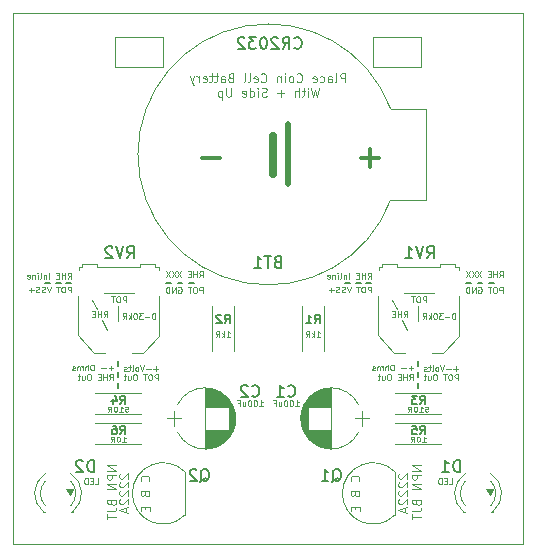
<source format=gbr>
G04 #@! TF.GenerationSoftware,KiCad,Pcbnew,(5.1.9)-1*
G04 #@! TF.CreationDate,2021-08-19T15:30:01-05:00*
G04 #@! TF.ProjectId,astable_dev,61737461-626c-4655-9f64-65762e6b6963,1*
G04 #@! TF.SameCoordinates,Original*
G04 #@! TF.FileFunction,Legend,Bot*
G04 #@! TF.FilePolarity,Positive*
%FSLAX46Y46*%
G04 Gerber Fmt 4.6, Leading zero omitted, Abs format (unit mm)*
G04 Created by KiCad (PCBNEW (5.1.9)-1) date 2021-08-19 15:30:01*
%MOMM*%
%LPD*%
G01*
G04 APERTURE LIST*
G04 #@! TA.AperFunction,Profile*
%ADD10C,0.050000*%
G04 #@! TD*
%ADD11C,0.100000*%
%ADD12C,0.700000*%
%ADD13C,0.500000*%
%ADD14C,0.120000*%
%ADD15C,0.150000*%
%ADD16C,0.300000*%
G04 APERTURE END LIST*
D10*
X120396000Y-75692000D02*
X124460000Y-75692000D01*
X120396000Y-73152000D02*
X120396000Y-75692000D01*
X124460000Y-75692000D02*
X124460000Y-73152000D01*
X124460000Y-73152000D02*
X120396000Y-73152000D01*
X146304000Y-75692000D02*
X146304000Y-73152000D01*
X142240000Y-75692000D02*
X146304000Y-75692000D01*
X142240000Y-73152000D02*
X142240000Y-75692000D01*
X146304000Y-73152000D02*
X142240000Y-73152000D01*
D11*
X139885714Y-76942785D02*
X139885714Y-76192785D01*
X139600000Y-76192785D01*
X139528571Y-76228500D01*
X139492857Y-76264214D01*
X139457142Y-76335642D01*
X139457142Y-76442785D01*
X139492857Y-76514214D01*
X139528571Y-76549928D01*
X139600000Y-76585642D01*
X139885714Y-76585642D01*
X139028571Y-76942785D02*
X139100000Y-76907071D01*
X139135714Y-76835642D01*
X139135714Y-76192785D01*
X138421428Y-76942785D02*
X138421428Y-76549928D01*
X138457142Y-76478500D01*
X138528571Y-76442785D01*
X138671428Y-76442785D01*
X138742857Y-76478500D01*
X138421428Y-76907071D02*
X138492857Y-76942785D01*
X138671428Y-76942785D01*
X138742857Y-76907071D01*
X138778571Y-76835642D01*
X138778571Y-76764214D01*
X138742857Y-76692785D01*
X138671428Y-76657071D01*
X138492857Y-76657071D01*
X138421428Y-76621357D01*
X137742857Y-76907071D02*
X137814285Y-76942785D01*
X137957142Y-76942785D01*
X138028571Y-76907071D01*
X138064285Y-76871357D01*
X138100000Y-76799928D01*
X138100000Y-76585642D01*
X138064285Y-76514214D01*
X138028571Y-76478500D01*
X137957142Y-76442785D01*
X137814285Y-76442785D01*
X137742857Y-76478500D01*
X137135714Y-76907071D02*
X137207142Y-76942785D01*
X137350000Y-76942785D01*
X137421428Y-76907071D01*
X137457142Y-76835642D01*
X137457142Y-76549928D01*
X137421428Y-76478500D01*
X137350000Y-76442785D01*
X137207142Y-76442785D01*
X137135714Y-76478500D01*
X137100000Y-76549928D01*
X137100000Y-76621357D01*
X137457142Y-76692785D01*
X135778571Y-76871357D02*
X135814285Y-76907071D01*
X135921428Y-76942785D01*
X135992857Y-76942785D01*
X136100000Y-76907071D01*
X136171428Y-76835642D01*
X136207142Y-76764214D01*
X136242857Y-76621357D01*
X136242857Y-76514214D01*
X136207142Y-76371357D01*
X136171428Y-76299928D01*
X136100000Y-76228500D01*
X135992857Y-76192785D01*
X135921428Y-76192785D01*
X135814285Y-76228500D01*
X135778571Y-76264214D01*
X135350000Y-76942785D02*
X135421428Y-76907071D01*
X135457142Y-76871357D01*
X135492857Y-76799928D01*
X135492857Y-76585642D01*
X135457142Y-76514214D01*
X135421428Y-76478500D01*
X135350000Y-76442785D01*
X135242857Y-76442785D01*
X135171428Y-76478500D01*
X135135714Y-76514214D01*
X135100000Y-76585642D01*
X135100000Y-76799928D01*
X135135714Y-76871357D01*
X135171428Y-76907071D01*
X135242857Y-76942785D01*
X135350000Y-76942785D01*
X134778571Y-76942785D02*
X134778571Y-76442785D01*
X134778571Y-76192785D02*
X134814285Y-76228500D01*
X134778571Y-76264214D01*
X134742857Y-76228500D01*
X134778571Y-76192785D01*
X134778571Y-76264214D01*
X134421428Y-76442785D02*
X134421428Y-76942785D01*
X134421428Y-76514214D02*
X134385714Y-76478500D01*
X134314285Y-76442785D01*
X134207142Y-76442785D01*
X134135714Y-76478500D01*
X134100000Y-76549928D01*
X134100000Y-76942785D01*
X132742857Y-76871357D02*
X132778571Y-76907071D01*
X132885714Y-76942785D01*
X132957142Y-76942785D01*
X133064285Y-76907071D01*
X133135714Y-76835642D01*
X133171428Y-76764214D01*
X133207142Y-76621357D01*
X133207142Y-76514214D01*
X133171428Y-76371357D01*
X133135714Y-76299928D01*
X133064285Y-76228500D01*
X132957142Y-76192785D01*
X132885714Y-76192785D01*
X132778571Y-76228500D01*
X132742857Y-76264214D01*
X132135714Y-76907071D02*
X132207142Y-76942785D01*
X132350000Y-76942785D01*
X132421428Y-76907071D01*
X132457142Y-76835642D01*
X132457142Y-76549928D01*
X132421428Y-76478500D01*
X132350000Y-76442785D01*
X132207142Y-76442785D01*
X132135714Y-76478500D01*
X132100000Y-76549928D01*
X132100000Y-76621357D01*
X132457142Y-76692785D01*
X131671428Y-76942785D02*
X131742857Y-76907071D01*
X131778571Y-76835642D01*
X131778571Y-76192785D01*
X131278571Y-76942785D02*
X131350000Y-76907071D01*
X131385714Y-76835642D01*
X131385714Y-76192785D01*
X130171428Y-76549928D02*
X130064285Y-76585642D01*
X130028571Y-76621357D01*
X129992857Y-76692785D01*
X129992857Y-76799928D01*
X130028571Y-76871357D01*
X130064285Y-76907071D01*
X130135714Y-76942785D01*
X130421428Y-76942785D01*
X130421428Y-76192785D01*
X130171428Y-76192785D01*
X130100000Y-76228500D01*
X130064285Y-76264214D01*
X130028571Y-76335642D01*
X130028571Y-76407071D01*
X130064285Y-76478500D01*
X130100000Y-76514214D01*
X130171428Y-76549928D01*
X130421428Y-76549928D01*
X129350000Y-76942785D02*
X129350000Y-76549928D01*
X129385714Y-76478500D01*
X129457142Y-76442785D01*
X129600000Y-76442785D01*
X129671428Y-76478500D01*
X129350000Y-76907071D02*
X129421428Y-76942785D01*
X129600000Y-76942785D01*
X129671428Y-76907071D01*
X129707142Y-76835642D01*
X129707142Y-76764214D01*
X129671428Y-76692785D01*
X129600000Y-76657071D01*
X129421428Y-76657071D01*
X129350000Y-76621357D01*
X129100000Y-76442785D02*
X128814285Y-76442785D01*
X128992857Y-76192785D02*
X128992857Y-76835642D01*
X128957142Y-76907071D01*
X128885714Y-76942785D01*
X128814285Y-76942785D01*
X128671428Y-76442785D02*
X128385714Y-76442785D01*
X128564285Y-76192785D02*
X128564285Y-76835642D01*
X128528571Y-76907071D01*
X128457142Y-76942785D01*
X128385714Y-76942785D01*
X127850000Y-76907071D02*
X127921428Y-76942785D01*
X128064285Y-76942785D01*
X128135714Y-76907071D01*
X128171428Y-76835642D01*
X128171428Y-76549928D01*
X128135714Y-76478500D01*
X128064285Y-76442785D01*
X127921428Y-76442785D01*
X127850000Y-76478500D01*
X127814285Y-76549928D01*
X127814285Y-76621357D01*
X128171428Y-76692785D01*
X127492857Y-76942785D02*
X127492857Y-76442785D01*
X127492857Y-76585642D02*
X127457142Y-76514214D01*
X127421428Y-76478500D01*
X127350000Y-76442785D01*
X127278571Y-76442785D01*
X127100000Y-76442785D02*
X126921428Y-76942785D01*
X126742857Y-76442785D02*
X126921428Y-76942785D01*
X126992857Y-77121357D01*
X127028571Y-77157071D01*
X127100000Y-77192785D01*
X137653571Y-77417785D02*
X137475000Y-78167785D01*
X137332142Y-77632071D01*
X137189285Y-78167785D01*
X137010714Y-77417785D01*
X136725000Y-78167785D02*
X136725000Y-77667785D01*
X136725000Y-77417785D02*
X136760714Y-77453500D01*
X136725000Y-77489214D01*
X136689285Y-77453500D01*
X136725000Y-77417785D01*
X136725000Y-77489214D01*
X136475000Y-77667785D02*
X136189285Y-77667785D01*
X136367857Y-77417785D02*
X136367857Y-78060642D01*
X136332142Y-78132071D01*
X136260714Y-78167785D01*
X136189285Y-78167785D01*
X135939285Y-78167785D02*
X135939285Y-77417785D01*
X135617857Y-78167785D02*
X135617857Y-77774928D01*
X135653571Y-77703500D01*
X135725000Y-77667785D01*
X135832142Y-77667785D01*
X135903571Y-77703500D01*
X135939285Y-77739214D01*
X134689285Y-77882071D02*
X134117857Y-77882071D01*
X134403571Y-78167785D02*
X134403571Y-77596357D01*
X133225000Y-78132071D02*
X133117857Y-78167785D01*
X132939285Y-78167785D01*
X132867857Y-78132071D01*
X132832142Y-78096357D01*
X132796428Y-78024928D01*
X132796428Y-77953500D01*
X132832142Y-77882071D01*
X132867857Y-77846357D01*
X132939285Y-77810642D01*
X133082142Y-77774928D01*
X133153571Y-77739214D01*
X133189285Y-77703500D01*
X133225000Y-77632071D01*
X133225000Y-77560642D01*
X133189285Y-77489214D01*
X133153571Y-77453500D01*
X133082142Y-77417785D01*
X132903571Y-77417785D01*
X132796428Y-77453500D01*
X132475000Y-78167785D02*
X132475000Y-77667785D01*
X132475000Y-77417785D02*
X132510714Y-77453500D01*
X132475000Y-77489214D01*
X132439285Y-77453500D01*
X132475000Y-77417785D01*
X132475000Y-77489214D01*
X131796428Y-78167785D02*
X131796428Y-77417785D01*
X131796428Y-78132071D02*
X131867857Y-78167785D01*
X132010714Y-78167785D01*
X132082142Y-78132071D01*
X132117857Y-78096357D01*
X132153571Y-78024928D01*
X132153571Y-77810642D01*
X132117857Y-77739214D01*
X132082142Y-77703500D01*
X132010714Y-77667785D01*
X131867857Y-77667785D01*
X131796428Y-77703500D01*
X131153571Y-78132071D02*
X131225000Y-78167785D01*
X131367857Y-78167785D01*
X131439285Y-78132071D01*
X131475000Y-78060642D01*
X131475000Y-77774928D01*
X131439285Y-77703500D01*
X131367857Y-77667785D01*
X131225000Y-77667785D01*
X131153571Y-77703500D01*
X131117857Y-77774928D01*
X131117857Y-77846357D01*
X131475000Y-77917785D01*
X130225000Y-77417785D02*
X130225000Y-78024928D01*
X130189285Y-78096357D01*
X130153571Y-78132071D01*
X130082142Y-78167785D01*
X129939285Y-78167785D01*
X129867857Y-78132071D01*
X129832142Y-78096357D01*
X129796428Y-78024928D01*
X129796428Y-77417785D01*
X129439285Y-77667785D02*
X129439285Y-78417785D01*
X129439285Y-77703500D02*
X129367857Y-77667785D01*
X129225000Y-77667785D01*
X129153571Y-77703500D01*
X129117857Y-77739214D01*
X129082142Y-77810642D01*
X129082142Y-78024928D01*
X129117857Y-78096357D01*
X129153571Y-78132071D01*
X129225000Y-78167785D01*
X129367857Y-78167785D01*
X129439285Y-78132071D01*
X148657428Y-110970190D02*
X148895523Y-110970190D01*
X148895523Y-110470190D01*
X148490761Y-110708285D02*
X148324095Y-110708285D01*
X148252666Y-110970190D02*
X148490761Y-110970190D01*
X148490761Y-110470190D01*
X148252666Y-110470190D01*
X148038380Y-110970190D02*
X148038380Y-110470190D01*
X147919333Y-110470190D01*
X147847904Y-110494000D01*
X147800285Y-110541619D01*
X147776476Y-110589238D01*
X147752666Y-110684476D01*
X147752666Y-110755904D01*
X147776476Y-110851142D01*
X147800285Y-110898761D01*
X147847904Y-110946380D01*
X147919333Y-110970190D01*
X148038380Y-110970190D01*
X118685428Y-110970190D02*
X118923523Y-110970190D01*
X118923523Y-110470190D01*
X118518761Y-110708285D02*
X118352095Y-110708285D01*
X118280666Y-110970190D02*
X118518761Y-110970190D01*
X118518761Y-110470190D01*
X118280666Y-110470190D01*
X118066380Y-110970190D02*
X118066380Y-110470190D01*
X117947333Y-110470190D01*
X117875904Y-110494000D01*
X117828285Y-110541619D01*
X117804476Y-110589238D01*
X117780666Y-110684476D01*
X117780666Y-110755904D01*
X117804476Y-110851142D01*
X117828285Y-110898761D01*
X117875904Y-110946380D01*
X117947333Y-110970190D01*
X118066380Y-110970190D01*
X149089904Y-96500190D02*
X149042285Y-96500190D01*
X148994666Y-96524000D01*
X148970857Y-96547809D01*
X148947047Y-96595428D01*
X148923238Y-96690666D01*
X148923238Y-96809714D01*
X148947047Y-96904952D01*
X148970857Y-96952571D01*
X148994666Y-96976380D01*
X149042285Y-97000190D01*
X149089904Y-97000190D01*
X149137523Y-96976380D01*
X149161333Y-96952571D01*
X149185142Y-96904952D01*
X149208952Y-96809714D01*
X149208952Y-96690666D01*
X149185142Y-96595428D01*
X149161333Y-96547809D01*
X149137523Y-96524000D01*
X149089904Y-96500190D01*
X148708952Y-96809714D02*
X148328000Y-96809714D01*
X148137523Y-96500190D02*
X147828000Y-96500190D01*
X147994666Y-96690666D01*
X147923238Y-96690666D01*
X147875619Y-96714476D01*
X147851809Y-96738285D01*
X147828000Y-96785904D01*
X147828000Y-96904952D01*
X147851809Y-96952571D01*
X147875619Y-96976380D01*
X147923238Y-97000190D01*
X148066095Y-97000190D01*
X148113714Y-96976380D01*
X148137523Y-96952571D01*
X147518476Y-96500190D02*
X147470857Y-96500190D01*
X147423238Y-96524000D01*
X147399428Y-96547809D01*
X147375619Y-96595428D01*
X147351809Y-96690666D01*
X147351809Y-96809714D01*
X147375619Y-96904952D01*
X147399428Y-96952571D01*
X147423238Y-96976380D01*
X147470857Y-97000190D01*
X147518476Y-97000190D01*
X147566095Y-96976380D01*
X147589904Y-96952571D01*
X147613714Y-96904952D01*
X147637523Y-96809714D01*
X147637523Y-96690666D01*
X147613714Y-96595428D01*
X147589904Y-96547809D01*
X147566095Y-96524000D01*
X147518476Y-96500190D01*
X147137523Y-97000190D02*
X147137523Y-96500190D01*
X147089904Y-96809714D02*
X146947047Y-97000190D01*
X146947047Y-96666857D02*
X147137523Y-96857333D01*
X146447047Y-97000190D02*
X146613714Y-96762095D01*
X146732761Y-97000190D02*
X146732761Y-96500190D01*
X146542285Y-96500190D01*
X146494666Y-96524000D01*
X146470857Y-96547809D01*
X146447047Y-96595428D01*
X146447047Y-96666857D01*
X146470857Y-96714476D01*
X146494666Y-96738285D01*
X146542285Y-96762095D01*
X146732761Y-96762095D01*
X123689904Y-96500190D02*
X123642285Y-96500190D01*
X123594666Y-96524000D01*
X123570857Y-96547809D01*
X123547047Y-96595428D01*
X123523238Y-96690666D01*
X123523238Y-96809714D01*
X123547047Y-96904952D01*
X123570857Y-96952571D01*
X123594666Y-96976380D01*
X123642285Y-97000190D01*
X123689904Y-97000190D01*
X123737523Y-96976380D01*
X123761333Y-96952571D01*
X123785142Y-96904952D01*
X123808952Y-96809714D01*
X123808952Y-96690666D01*
X123785142Y-96595428D01*
X123761333Y-96547809D01*
X123737523Y-96524000D01*
X123689904Y-96500190D01*
X123308952Y-96809714D02*
X122928000Y-96809714D01*
X122737523Y-96500190D02*
X122428000Y-96500190D01*
X122594666Y-96690666D01*
X122523238Y-96690666D01*
X122475619Y-96714476D01*
X122451809Y-96738285D01*
X122428000Y-96785904D01*
X122428000Y-96904952D01*
X122451809Y-96952571D01*
X122475619Y-96976380D01*
X122523238Y-97000190D01*
X122666095Y-97000190D01*
X122713714Y-96976380D01*
X122737523Y-96952571D01*
X122118476Y-96500190D02*
X122070857Y-96500190D01*
X122023238Y-96524000D01*
X121999428Y-96547809D01*
X121975619Y-96595428D01*
X121951809Y-96690666D01*
X121951809Y-96809714D01*
X121975619Y-96904952D01*
X121999428Y-96952571D01*
X122023238Y-96976380D01*
X122070857Y-97000190D01*
X122118476Y-97000190D01*
X122166095Y-96976380D01*
X122189904Y-96952571D01*
X122213714Y-96904952D01*
X122237523Y-96809714D01*
X122237523Y-96690666D01*
X122213714Y-96595428D01*
X122189904Y-96547809D01*
X122166095Y-96524000D01*
X122118476Y-96500190D01*
X121737523Y-97000190D02*
X121737523Y-96500190D01*
X121689904Y-96809714D02*
X121547047Y-97000190D01*
X121547047Y-96666857D02*
X121737523Y-96857333D01*
X121047047Y-97000190D02*
X121213714Y-96762095D01*
X121332761Y-97000190D02*
X121332761Y-96500190D01*
X121142285Y-96500190D01*
X121094666Y-96524000D01*
X121070857Y-96547809D01*
X121047047Y-96595428D01*
X121047047Y-96666857D01*
X121070857Y-96714476D01*
X121094666Y-96738285D01*
X121142285Y-96762095D01*
X121332761Y-96762095D01*
X146395238Y-107368952D02*
X146680952Y-107368952D01*
X146538095Y-107368952D02*
X146538095Y-106968952D01*
X146585714Y-107026095D01*
X146633333Y-107064190D01*
X146680952Y-107083238D01*
X146085714Y-106968952D02*
X146038095Y-106968952D01*
X145990476Y-106988000D01*
X145966666Y-107007047D01*
X145942857Y-107045142D01*
X145919047Y-107121333D01*
X145919047Y-107216571D01*
X145942857Y-107292761D01*
X145966666Y-107330857D01*
X145990476Y-107349904D01*
X146038095Y-107368952D01*
X146085714Y-107368952D01*
X146133333Y-107349904D01*
X146157142Y-107330857D01*
X146180952Y-107292761D01*
X146204761Y-107216571D01*
X146204761Y-107121333D01*
X146180952Y-107045142D01*
X146157142Y-107007047D01*
X146133333Y-106988000D01*
X146085714Y-106968952D01*
X145419047Y-107368952D02*
X145585714Y-107178476D01*
X145704761Y-107368952D02*
X145704761Y-106968952D01*
X145514285Y-106968952D01*
X145466666Y-106988000D01*
X145442857Y-107007047D01*
X145419047Y-107045142D01*
X145419047Y-107102285D01*
X145442857Y-107140380D01*
X145466666Y-107159428D01*
X145514285Y-107178476D01*
X145704761Y-107178476D01*
X120995238Y-107368952D02*
X121280952Y-107368952D01*
X121138095Y-107368952D02*
X121138095Y-106968952D01*
X121185714Y-107026095D01*
X121233333Y-107064190D01*
X121280952Y-107083238D01*
X120685714Y-106968952D02*
X120638095Y-106968952D01*
X120590476Y-106988000D01*
X120566666Y-107007047D01*
X120542857Y-107045142D01*
X120519047Y-107121333D01*
X120519047Y-107216571D01*
X120542857Y-107292761D01*
X120566666Y-107330857D01*
X120590476Y-107349904D01*
X120638095Y-107368952D01*
X120685714Y-107368952D01*
X120733333Y-107349904D01*
X120757142Y-107330857D01*
X120780952Y-107292761D01*
X120804761Y-107216571D01*
X120804761Y-107121333D01*
X120780952Y-107045142D01*
X120757142Y-107007047D01*
X120733333Y-106988000D01*
X120685714Y-106968952D01*
X120019047Y-107368952D02*
X120185714Y-107178476D01*
X120304761Y-107368952D02*
X120304761Y-106968952D01*
X120114285Y-106968952D01*
X120066666Y-106988000D01*
X120042857Y-107007047D01*
X120019047Y-107045142D01*
X120019047Y-107102285D01*
X120042857Y-107140380D01*
X120066666Y-107159428D01*
X120114285Y-107178476D01*
X120304761Y-107178476D01*
X146657142Y-104428952D02*
X146895238Y-104428952D01*
X146919047Y-104619428D01*
X146895238Y-104600380D01*
X146847619Y-104581333D01*
X146728571Y-104581333D01*
X146680952Y-104600380D01*
X146657142Y-104619428D01*
X146633333Y-104657523D01*
X146633333Y-104752761D01*
X146657142Y-104790857D01*
X146680952Y-104809904D01*
X146728571Y-104828952D01*
X146847619Y-104828952D01*
X146895238Y-104809904D01*
X146919047Y-104790857D01*
X146157142Y-104828952D02*
X146442857Y-104828952D01*
X146300000Y-104828952D02*
X146300000Y-104428952D01*
X146347619Y-104486095D01*
X146395238Y-104524190D01*
X146442857Y-104543238D01*
X145847619Y-104428952D02*
X145800000Y-104428952D01*
X145752380Y-104448000D01*
X145728571Y-104467047D01*
X145704761Y-104505142D01*
X145680952Y-104581333D01*
X145680952Y-104676571D01*
X145704761Y-104752761D01*
X145728571Y-104790857D01*
X145752380Y-104809904D01*
X145800000Y-104828952D01*
X145847619Y-104828952D01*
X145895238Y-104809904D01*
X145919047Y-104790857D01*
X145942857Y-104752761D01*
X145966666Y-104676571D01*
X145966666Y-104581333D01*
X145942857Y-104505142D01*
X145919047Y-104467047D01*
X145895238Y-104448000D01*
X145847619Y-104428952D01*
X145180952Y-104828952D02*
X145347619Y-104638476D01*
X145466666Y-104828952D02*
X145466666Y-104428952D01*
X145276190Y-104428952D01*
X145228571Y-104448000D01*
X145204761Y-104467047D01*
X145180952Y-104505142D01*
X145180952Y-104562285D01*
X145204761Y-104600380D01*
X145228571Y-104619428D01*
X145276190Y-104638476D01*
X145466666Y-104638476D01*
X121257142Y-104428952D02*
X121495238Y-104428952D01*
X121519047Y-104619428D01*
X121495238Y-104600380D01*
X121447619Y-104581333D01*
X121328571Y-104581333D01*
X121280952Y-104600380D01*
X121257142Y-104619428D01*
X121233333Y-104657523D01*
X121233333Y-104752761D01*
X121257142Y-104790857D01*
X121280952Y-104809904D01*
X121328571Y-104828952D01*
X121447619Y-104828952D01*
X121495238Y-104809904D01*
X121519047Y-104790857D01*
X120757142Y-104828952D02*
X121042857Y-104828952D01*
X120900000Y-104828952D02*
X120900000Y-104428952D01*
X120947619Y-104486095D01*
X120995238Y-104524190D01*
X121042857Y-104543238D01*
X120447619Y-104428952D02*
X120400000Y-104428952D01*
X120352380Y-104448000D01*
X120328571Y-104467047D01*
X120304761Y-104505142D01*
X120280952Y-104581333D01*
X120280952Y-104676571D01*
X120304761Y-104752761D01*
X120328571Y-104790857D01*
X120352380Y-104809904D01*
X120400000Y-104828952D01*
X120447619Y-104828952D01*
X120495238Y-104809904D01*
X120519047Y-104790857D01*
X120542857Y-104752761D01*
X120566666Y-104676571D01*
X120566666Y-104581333D01*
X120542857Y-104505142D01*
X120519047Y-104467047D01*
X120495238Y-104448000D01*
X120447619Y-104428952D01*
X119780952Y-104828952D02*
X119947619Y-104638476D01*
X120066666Y-104828952D02*
X120066666Y-104428952D01*
X119876190Y-104428952D01*
X119828571Y-104448000D01*
X119804761Y-104467047D01*
X119780952Y-104505142D01*
X119780952Y-104562285D01*
X119804761Y-104600380D01*
X119828571Y-104619428D01*
X119876190Y-104638476D01*
X120066666Y-104638476D01*
X137469523Y-98524190D02*
X137755238Y-98524190D01*
X137612380Y-98524190D02*
X137612380Y-98024190D01*
X137660000Y-98095619D01*
X137707619Y-98143238D01*
X137755238Y-98167047D01*
X137255238Y-98524190D02*
X137255238Y-98024190D01*
X137207619Y-98333714D02*
X137064761Y-98524190D01*
X137064761Y-98190857D02*
X137255238Y-98381333D01*
X136564761Y-98524190D02*
X136731428Y-98286095D01*
X136850476Y-98524190D02*
X136850476Y-98024190D01*
X136660000Y-98024190D01*
X136612380Y-98048000D01*
X136588571Y-98071809D01*
X136564761Y-98119428D01*
X136564761Y-98190857D01*
X136588571Y-98238476D01*
X136612380Y-98262285D01*
X136660000Y-98286095D01*
X136850476Y-98286095D01*
X129849523Y-98524190D02*
X130135238Y-98524190D01*
X129992380Y-98524190D02*
X129992380Y-98024190D01*
X130040000Y-98095619D01*
X130087619Y-98143238D01*
X130135238Y-98167047D01*
X129635238Y-98524190D02*
X129635238Y-98024190D01*
X129587619Y-98333714D02*
X129444761Y-98524190D01*
X129444761Y-98190857D02*
X129635238Y-98381333D01*
X128944761Y-98524190D02*
X129111428Y-98286095D01*
X129230476Y-98524190D02*
X129230476Y-98024190D01*
X129040000Y-98024190D01*
X128992380Y-98048000D01*
X128968571Y-98071809D01*
X128944761Y-98119428D01*
X128944761Y-98190857D01*
X128968571Y-98238476D01*
X128992380Y-98262285D01*
X129040000Y-98286095D01*
X129230476Y-98286095D01*
X135647809Y-104366190D02*
X135933523Y-104366190D01*
X135790666Y-104366190D02*
X135790666Y-103866190D01*
X135838285Y-103937619D01*
X135885904Y-103985238D01*
X135933523Y-104009047D01*
X135338285Y-103866190D02*
X135290666Y-103866190D01*
X135243047Y-103890000D01*
X135219238Y-103913809D01*
X135195428Y-103961428D01*
X135171619Y-104056666D01*
X135171619Y-104175714D01*
X135195428Y-104270952D01*
X135219238Y-104318571D01*
X135243047Y-104342380D01*
X135290666Y-104366190D01*
X135338285Y-104366190D01*
X135385904Y-104342380D01*
X135409714Y-104318571D01*
X135433523Y-104270952D01*
X135457333Y-104175714D01*
X135457333Y-104056666D01*
X135433523Y-103961428D01*
X135409714Y-103913809D01*
X135385904Y-103890000D01*
X135338285Y-103866190D01*
X134862095Y-103866190D02*
X134814476Y-103866190D01*
X134766857Y-103890000D01*
X134743047Y-103913809D01*
X134719238Y-103961428D01*
X134695428Y-104056666D01*
X134695428Y-104175714D01*
X134719238Y-104270952D01*
X134743047Y-104318571D01*
X134766857Y-104342380D01*
X134814476Y-104366190D01*
X134862095Y-104366190D01*
X134909714Y-104342380D01*
X134933523Y-104318571D01*
X134957333Y-104270952D01*
X134981142Y-104175714D01*
X134981142Y-104056666D01*
X134957333Y-103961428D01*
X134933523Y-103913809D01*
X134909714Y-103890000D01*
X134862095Y-103866190D01*
X134266857Y-104032857D02*
X134266857Y-104366190D01*
X134481142Y-104032857D02*
X134481142Y-104294761D01*
X134457333Y-104342380D01*
X134409714Y-104366190D01*
X134338285Y-104366190D01*
X134290666Y-104342380D01*
X134266857Y-104318571D01*
X133862095Y-104104285D02*
X134028761Y-104104285D01*
X134028761Y-104366190D02*
X134028761Y-103866190D01*
X133790666Y-103866190D01*
X132599809Y-104366190D02*
X132885523Y-104366190D01*
X132742666Y-104366190D02*
X132742666Y-103866190D01*
X132790285Y-103937619D01*
X132837904Y-103985238D01*
X132885523Y-104009047D01*
X132290285Y-103866190D02*
X132242666Y-103866190D01*
X132195047Y-103890000D01*
X132171238Y-103913809D01*
X132147428Y-103961428D01*
X132123619Y-104056666D01*
X132123619Y-104175714D01*
X132147428Y-104270952D01*
X132171238Y-104318571D01*
X132195047Y-104342380D01*
X132242666Y-104366190D01*
X132290285Y-104366190D01*
X132337904Y-104342380D01*
X132361714Y-104318571D01*
X132385523Y-104270952D01*
X132409333Y-104175714D01*
X132409333Y-104056666D01*
X132385523Y-103961428D01*
X132361714Y-103913809D01*
X132337904Y-103890000D01*
X132290285Y-103866190D01*
X131814095Y-103866190D02*
X131766476Y-103866190D01*
X131718857Y-103890000D01*
X131695047Y-103913809D01*
X131671238Y-103961428D01*
X131647428Y-104056666D01*
X131647428Y-104175714D01*
X131671238Y-104270952D01*
X131695047Y-104318571D01*
X131718857Y-104342380D01*
X131766476Y-104366190D01*
X131814095Y-104366190D01*
X131861714Y-104342380D01*
X131885523Y-104318571D01*
X131909333Y-104270952D01*
X131933142Y-104175714D01*
X131933142Y-104056666D01*
X131909333Y-103961428D01*
X131885523Y-103913809D01*
X131861714Y-103890000D01*
X131814095Y-103866190D01*
X131218857Y-104032857D02*
X131218857Y-104366190D01*
X131433142Y-104032857D02*
X131433142Y-104294761D01*
X131409333Y-104342380D01*
X131361714Y-104366190D01*
X131290285Y-104366190D01*
X131242666Y-104342380D01*
X131218857Y-104318571D01*
X130814095Y-104104285D02*
X130980761Y-104104285D01*
X130980761Y-104366190D02*
X130980761Y-103866190D01*
X130742666Y-103866190D01*
D10*
X111760000Y-116078000D02*
X154940000Y-116078000D01*
X111760000Y-71120000D02*
X111760000Y-116078000D01*
X154940000Y-71120000D02*
X111760000Y-71120000D01*
X154940000Y-116078000D02*
X154940000Y-71120000D01*
D12*
G04 #@! TO.C,BT1*
X133731000Y-84709000D02*
X133731000Y-81534000D01*
D13*
X135001000Y-85598000D02*
X135001000Y-80518000D01*
D14*
X146728000Y-86908000D02*
X146728000Y-79208000D01*
X146728000Y-79208000D02*
X143728000Y-79208000D01*
X146728000Y-86908000D02*
X143728000Y-86908000D01*
X143727936Y-86908171D02*
G75*
G02*
X143728000Y-79208000I-10352536J3850171D01*
G01*
G04 #@! TO.C,C1*
X138700000Y-107960000D02*
X138700000Y-102860000D01*
X138660000Y-107960000D02*
X138660000Y-106390000D01*
X138660000Y-104430000D02*
X138660000Y-102860000D01*
X138620000Y-107959000D02*
X138620000Y-106390000D01*
X138620000Y-104430000D02*
X138620000Y-102861000D01*
X138580000Y-107958000D02*
X138580000Y-106390000D01*
X138580000Y-104430000D02*
X138580000Y-102862000D01*
X138540000Y-107956000D02*
X138540000Y-106390000D01*
X138540000Y-104430000D02*
X138540000Y-102864000D01*
X138500000Y-107953000D02*
X138500000Y-106390000D01*
X138500000Y-104430000D02*
X138500000Y-102867000D01*
X138460000Y-107949000D02*
X138460000Y-106390000D01*
X138460000Y-104430000D02*
X138460000Y-102871000D01*
X138420000Y-107945000D02*
X138420000Y-106390000D01*
X138420000Y-104430000D02*
X138420000Y-102875000D01*
X138380000Y-107941000D02*
X138380000Y-106390000D01*
X138380000Y-104430000D02*
X138380000Y-102879000D01*
X138340000Y-107935000D02*
X138340000Y-106390000D01*
X138340000Y-104430000D02*
X138340000Y-102885000D01*
X138300000Y-107929000D02*
X138300000Y-106390000D01*
X138300000Y-104430000D02*
X138300000Y-102891000D01*
X138260000Y-107923000D02*
X138260000Y-106390000D01*
X138260000Y-104430000D02*
X138260000Y-102897000D01*
X138220000Y-107916000D02*
X138220000Y-106390000D01*
X138220000Y-104430000D02*
X138220000Y-102904000D01*
X138180000Y-107908000D02*
X138180000Y-106390000D01*
X138180000Y-104430000D02*
X138180000Y-102912000D01*
X138140000Y-107899000D02*
X138140000Y-106390000D01*
X138140000Y-104430000D02*
X138140000Y-102921000D01*
X138100000Y-107890000D02*
X138100000Y-106390000D01*
X138100000Y-104430000D02*
X138100000Y-102930000D01*
X138060000Y-107880000D02*
X138060000Y-106390000D01*
X138060000Y-104430000D02*
X138060000Y-102940000D01*
X138020000Y-107870000D02*
X138020000Y-106390000D01*
X138020000Y-104430000D02*
X138020000Y-102950000D01*
X137979000Y-107858000D02*
X137979000Y-106390000D01*
X137979000Y-104430000D02*
X137979000Y-102962000D01*
X137939000Y-107846000D02*
X137939000Y-106390000D01*
X137939000Y-104430000D02*
X137939000Y-102974000D01*
X137899000Y-107834000D02*
X137899000Y-106390000D01*
X137899000Y-104430000D02*
X137899000Y-102986000D01*
X137859000Y-107820000D02*
X137859000Y-106390000D01*
X137859000Y-104430000D02*
X137859000Y-103000000D01*
X137819000Y-107806000D02*
X137819000Y-106390000D01*
X137819000Y-104430000D02*
X137819000Y-103014000D01*
X137779000Y-107792000D02*
X137779000Y-106390000D01*
X137779000Y-104430000D02*
X137779000Y-103028000D01*
X137739000Y-107776000D02*
X137739000Y-106390000D01*
X137739000Y-104430000D02*
X137739000Y-103044000D01*
X137699000Y-107760000D02*
X137699000Y-106390000D01*
X137699000Y-104430000D02*
X137699000Y-103060000D01*
X137659000Y-107743000D02*
X137659000Y-106390000D01*
X137659000Y-104430000D02*
X137659000Y-103077000D01*
X137619000Y-107725000D02*
X137619000Y-106390000D01*
X137619000Y-104430000D02*
X137619000Y-103095000D01*
X137579000Y-107706000D02*
X137579000Y-106390000D01*
X137579000Y-104430000D02*
X137579000Y-103114000D01*
X137539000Y-107686000D02*
X137539000Y-106390000D01*
X137539000Y-104430000D02*
X137539000Y-103134000D01*
X137499000Y-107666000D02*
X137499000Y-106390000D01*
X137499000Y-104430000D02*
X137499000Y-103154000D01*
X137459000Y-107644000D02*
X137459000Y-106390000D01*
X137459000Y-104430000D02*
X137459000Y-103176000D01*
X137419000Y-107622000D02*
X137419000Y-106390000D01*
X137419000Y-104430000D02*
X137419000Y-103198000D01*
X137379000Y-107599000D02*
X137379000Y-106390000D01*
X137379000Y-104430000D02*
X137379000Y-103221000D01*
X137339000Y-107575000D02*
X137339000Y-106390000D01*
X137339000Y-104430000D02*
X137339000Y-103245000D01*
X137299000Y-107550000D02*
X137299000Y-106390000D01*
X137299000Y-104430000D02*
X137299000Y-103270000D01*
X137259000Y-107523000D02*
X137259000Y-106390000D01*
X137259000Y-104430000D02*
X137259000Y-103297000D01*
X137219000Y-107496000D02*
X137219000Y-106390000D01*
X137219000Y-104430000D02*
X137219000Y-103324000D01*
X137179000Y-107468000D02*
X137179000Y-106390000D01*
X137179000Y-104430000D02*
X137179000Y-103352000D01*
X137139000Y-107438000D02*
X137139000Y-106390000D01*
X137139000Y-104430000D02*
X137139000Y-103382000D01*
X137099000Y-107407000D02*
X137099000Y-106390000D01*
X137099000Y-104430000D02*
X137099000Y-103413000D01*
X137059000Y-107375000D02*
X137059000Y-106390000D01*
X137059000Y-104430000D02*
X137059000Y-103445000D01*
X137019000Y-107342000D02*
X137019000Y-106390000D01*
X137019000Y-104430000D02*
X137019000Y-103478000D01*
X136979000Y-107307000D02*
X136979000Y-106390000D01*
X136979000Y-104430000D02*
X136979000Y-103513000D01*
X136939000Y-107271000D02*
X136939000Y-106390000D01*
X136939000Y-104430000D02*
X136939000Y-103549000D01*
X136899000Y-107233000D02*
X136899000Y-106390000D01*
X136899000Y-104430000D02*
X136899000Y-103587000D01*
X136859000Y-107193000D02*
X136859000Y-106390000D01*
X136859000Y-104430000D02*
X136859000Y-103627000D01*
X136819000Y-107152000D02*
X136819000Y-106390000D01*
X136819000Y-104430000D02*
X136819000Y-103668000D01*
X136779000Y-107109000D02*
X136779000Y-106390000D01*
X136779000Y-104430000D02*
X136779000Y-103711000D01*
X136739000Y-107064000D02*
X136739000Y-106390000D01*
X136739000Y-104430000D02*
X136739000Y-103756000D01*
X136699000Y-107016000D02*
X136699000Y-103804000D01*
X136659000Y-106966000D02*
X136659000Y-103854000D01*
X136619000Y-106914000D02*
X136619000Y-103906000D01*
X136579000Y-106858000D02*
X136579000Y-103962000D01*
X136539000Y-106800000D02*
X136539000Y-104020000D01*
X136499000Y-106737000D02*
X136499000Y-104083000D01*
X136459000Y-106671000D02*
X136459000Y-104149000D01*
X136419000Y-106599000D02*
X136419000Y-104221000D01*
X136379000Y-106522000D02*
X136379000Y-104298000D01*
X136339000Y-106438000D02*
X136339000Y-104382000D01*
X136299000Y-106344000D02*
X136299000Y-104476000D01*
X136259000Y-106239000D02*
X136259000Y-104581000D01*
X136219000Y-106117000D02*
X136219000Y-104703000D01*
X136179000Y-105969000D02*
X136179000Y-104851000D01*
X136139000Y-105764000D02*
X136139000Y-105056000D01*
X141900000Y-105410000D02*
X140700000Y-105410000D01*
X141300000Y-106060000D02*
X141300000Y-104760000D01*
X136394278Y-106589723D02*
G75*
G03*
X141005580Y-106590000I2305722J1179723D01*
G01*
X136394278Y-104230277D02*
G75*
G02*
X141005580Y-104230000I2305722J-1179723D01*
G01*
X136394278Y-104230277D02*
G75*
G03*
X136394420Y-106590000I2305722J-1179723D01*
G01*
G04 #@! TO.C,C2*
X125400000Y-104760000D02*
X125400000Y-106060000D01*
X124800000Y-105410000D02*
X126000000Y-105410000D01*
X130561000Y-105056000D02*
X130561000Y-105764000D01*
X130521000Y-104851000D02*
X130521000Y-105969000D01*
X130481000Y-104703000D02*
X130481000Y-106117000D01*
X130441000Y-104581000D02*
X130441000Y-106239000D01*
X130401000Y-104476000D02*
X130401000Y-106344000D01*
X130361000Y-104382000D02*
X130361000Y-106438000D01*
X130321000Y-104298000D02*
X130321000Y-106522000D01*
X130281000Y-104221000D02*
X130281000Y-106599000D01*
X130241000Y-104149000D02*
X130241000Y-106671000D01*
X130201000Y-104083000D02*
X130201000Y-106737000D01*
X130161000Y-104020000D02*
X130161000Y-106800000D01*
X130121000Y-103962000D02*
X130121000Y-106858000D01*
X130081000Y-103906000D02*
X130081000Y-106914000D01*
X130041000Y-103854000D02*
X130041000Y-106966000D01*
X130001000Y-103804000D02*
X130001000Y-107016000D01*
X129961000Y-106390000D02*
X129961000Y-107064000D01*
X129961000Y-103756000D02*
X129961000Y-104430000D01*
X129921000Y-106390000D02*
X129921000Y-107109000D01*
X129921000Y-103711000D02*
X129921000Y-104430000D01*
X129881000Y-106390000D02*
X129881000Y-107152000D01*
X129881000Y-103668000D02*
X129881000Y-104430000D01*
X129841000Y-106390000D02*
X129841000Y-107193000D01*
X129841000Y-103627000D02*
X129841000Y-104430000D01*
X129801000Y-106390000D02*
X129801000Y-107233000D01*
X129801000Y-103587000D02*
X129801000Y-104430000D01*
X129761000Y-106390000D02*
X129761000Y-107271000D01*
X129761000Y-103549000D02*
X129761000Y-104430000D01*
X129721000Y-106390000D02*
X129721000Y-107307000D01*
X129721000Y-103513000D02*
X129721000Y-104430000D01*
X129681000Y-106390000D02*
X129681000Y-107342000D01*
X129681000Y-103478000D02*
X129681000Y-104430000D01*
X129641000Y-106390000D02*
X129641000Y-107375000D01*
X129641000Y-103445000D02*
X129641000Y-104430000D01*
X129601000Y-106390000D02*
X129601000Y-107407000D01*
X129601000Y-103413000D02*
X129601000Y-104430000D01*
X129561000Y-106390000D02*
X129561000Y-107438000D01*
X129561000Y-103382000D02*
X129561000Y-104430000D01*
X129521000Y-106390000D02*
X129521000Y-107468000D01*
X129521000Y-103352000D02*
X129521000Y-104430000D01*
X129481000Y-106390000D02*
X129481000Y-107496000D01*
X129481000Y-103324000D02*
X129481000Y-104430000D01*
X129441000Y-106390000D02*
X129441000Y-107523000D01*
X129441000Y-103297000D02*
X129441000Y-104430000D01*
X129401000Y-106390000D02*
X129401000Y-107550000D01*
X129401000Y-103270000D02*
X129401000Y-104430000D01*
X129361000Y-106390000D02*
X129361000Y-107575000D01*
X129361000Y-103245000D02*
X129361000Y-104430000D01*
X129321000Y-106390000D02*
X129321000Y-107599000D01*
X129321000Y-103221000D02*
X129321000Y-104430000D01*
X129281000Y-106390000D02*
X129281000Y-107622000D01*
X129281000Y-103198000D02*
X129281000Y-104430000D01*
X129241000Y-106390000D02*
X129241000Y-107644000D01*
X129241000Y-103176000D02*
X129241000Y-104430000D01*
X129201000Y-106390000D02*
X129201000Y-107666000D01*
X129201000Y-103154000D02*
X129201000Y-104430000D01*
X129161000Y-106390000D02*
X129161000Y-107686000D01*
X129161000Y-103134000D02*
X129161000Y-104430000D01*
X129121000Y-106390000D02*
X129121000Y-107706000D01*
X129121000Y-103114000D02*
X129121000Y-104430000D01*
X129081000Y-106390000D02*
X129081000Y-107725000D01*
X129081000Y-103095000D02*
X129081000Y-104430000D01*
X129041000Y-106390000D02*
X129041000Y-107743000D01*
X129041000Y-103077000D02*
X129041000Y-104430000D01*
X129001000Y-106390000D02*
X129001000Y-107760000D01*
X129001000Y-103060000D02*
X129001000Y-104430000D01*
X128961000Y-106390000D02*
X128961000Y-107776000D01*
X128961000Y-103044000D02*
X128961000Y-104430000D01*
X128921000Y-106390000D02*
X128921000Y-107792000D01*
X128921000Y-103028000D02*
X128921000Y-104430000D01*
X128881000Y-106390000D02*
X128881000Y-107806000D01*
X128881000Y-103014000D02*
X128881000Y-104430000D01*
X128841000Y-106390000D02*
X128841000Y-107820000D01*
X128841000Y-103000000D02*
X128841000Y-104430000D01*
X128801000Y-106390000D02*
X128801000Y-107834000D01*
X128801000Y-102986000D02*
X128801000Y-104430000D01*
X128761000Y-106390000D02*
X128761000Y-107846000D01*
X128761000Y-102974000D02*
X128761000Y-104430000D01*
X128721000Y-106390000D02*
X128721000Y-107858000D01*
X128721000Y-102962000D02*
X128721000Y-104430000D01*
X128680000Y-106390000D02*
X128680000Y-107870000D01*
X128680000Y-102950000D02*
X128680000Y-104430000D01*
X128640000Y-106390000D02*
X128640000Y-107880000D01*
X128640000Y-102940000D02*
X128640000Y-104430000D01*
X128600000Y-106390000D02*
X128600000Y-107890000D01*
X128600000Y-102930000D02*
X128600000Y-104430000D01*
X128560000Y-106390000D02*
X128560000Y-107899000D01*
X128560000Y-102921000D02*
X128560000Y-104430000D01*
X128520000Y-106390000D02*
X128520000Y-107908000D01*
X128520000Y-102912000D02*
X128520000Y-104430000D01*
X128480000Y-106390000D02*
X128480000Y-107916000D01*
X128480000Y-102904000D02*
X128480000Y-104430000D01*
X128440000Y-106390000D02*
X128440000Y-107923000D01*
X128440000Y-102897000D02*
X128440000Y-104430000D01*
X128400000Y-106390000D02*
X128400000Y-107929000D01*
X128400000Y-102891000D02*
X128400000Y-104430000D01*
X128360000Y-106390000D02*
X128360000Y-107935000D01*
X128360000Y-102885000D02*
X128360000Y-104430000D01*
X128320000Y-106390000D02*
X128320000Y-107941000D01*
X128320000Y-102879000D02*
X128320000Y-104430000D01*
X128280000Y-106390000D02*
X128280000Y-107945000D01*
X128280000Y-102875000D02*
X128280000Y-104430000D01*
X128240000Y-106390000D02*
X128240000Y-107949000D01*
X128240000Y-102871000D02*
X128240000Y-104430000D01*
X128200000Y-106390000D02*
X128200000Y-107953000D01*
X128200000Y-102867000D02*
X128200000Y-104430000D01*
X128160000Y-106390000D02*
X128160000Y-107956000D01*
X128160000Y-102864000D02*
X128160000Y-104430000D01*
X128120000Y-106390000D02*
X128120000Y-107958000D01*
X128120000Y-102862000D02*
X128120000Y-104430000D01*
X128080000Y-106390000D02*
X128080000Y-107959000D01*
X128080000Y-102861000D02*
X128080000Y-104430000D01*
X128040000Y-106390000D02*
X128040000Y-107960000D01*
X128040000Y-102860000D02*
X128040000Y-104430000D01*
X128000000Y-102860000D02*
X128000000Y-107960000D01*
X130305722Y-106589723D02*
G75*
G03*
X130305580Y-104230000I-2305722J1179723D01*
G01*
X130305722Y-106589723D02*
G75*
G02*
X125694420Y-106590000I-2305722J1179723D01*
G01*
X130305722Y-104230277D02*
G75*
G03*
X125694420Y-104230000I-2305722J-1179723D01*
G01*
G04 #@! TO.C,D1*
X149894000Y-113320000D02*
X150050000Y-113320000D01*
X152210000Y-113320000D02*
X152366000Y-113320000D01*
D11*
G36*
X152400000Y-111350000D02*
G01*
X152110000Y-111890000D01*
X151820000Y-111350000D01*
X152400000Y-111350000D01*
G37*
X152400000Y-111350000D02*
X152110000Y-111890000D01*
X151820000Y-111350000D01*
X152400000Y-111350000D01*
D14*
X152209837Y-110718870D02*
G75*
G02*
X152210000Y-112800961I-1079837J-1041130D01*
G01*
X150050163Y-110718870D02*
G75*
G03*
X150050000Y-112800961I1079837J-1041130D01*
G01*
X152208608Y-110087665D02*
G75*
G02*
X152365516Y-113320000I-1078608J-1672335D01*
G01*
X150051392Y-110087665D02*
G75*
G03*
X149894484Y-113320000I1078608J-1672335D01*
G01*
D11*
G04 #@! TO.C,D2*
G36*
X116840000Y-111350000D02*
G01*
X116550000Y-111890000D01*
X116260000Y-111350000D01*
X116840000Y-111350000D01*
G37*
X116840000Y-111350000D02*
X116550000Y-111890000D01*
X116260000Y-111350000D01*
X116840000Y-111350000D01*
D14*
X116650000Y-113320000D02*
X116806000Y-113320000D01*
X114334000Y-113320000D02*
X114490000Y-113320000D01*
X114491392Y-110087665D02*
G75*
G03*
X114334484Y-113320000I1078608J-1672335D01*
G01*
X116648608Y-110087665D02*
G75*
G02*
X116805516Y-113320000I-1078608J-1672335D01*
G01*
X114490163Y-110718870D02*
G75*
G03*
X114490000Y-112800961I1079837J-1041130D01*
G01*
X116649837Y-110718870D02*
G75*
G02*
X116650000Y-112800961I-1079837J-1041130D01*
G01*
G04 #@! TO.C,Q1*
X144090000Y-113560000D02*
X144090000Y-109960000D01*
X144078478Y-113598478D02*
G75*
G02*
X139640000Y-111760000I-1838478J1838478D01*
G01*
X144078478Y-109921522D02*
G75*
G03*
X139640000Y-111760000I-1838478J-1838478D01*
G01*
G04 #@! TO.C,Q2*
X126310000Y-113560000D02*
X126310000Y-109960000D01*
X126298478Y-109921522D02*
G75*
G03*
X121860000Y-111760000I-1838478J-1838478D01*
G01*
X126298478Y-113598478D02*
G75*
G02*
X121860000Y-111760000I-1838478J1838478D01*
G01*
G04 #@! TO.C,R1*
X138080000Y-95870000D02*
X138080000Y-99710000D01*
X136240000Y-95870000D02*
X136240000Y-99710000D01*
G04 #@! TO.C,R2*
X130460000Y-99710000D02*
X130460000Y-95870000D01*
X128620000Y-99710000D02*
X128620000Y-95870000D01*
G04 #@! TO.C,R3*
X147970000Y-103220000D02*
X144130000Y-103220000D01*
X147970000Y-105060000D02*
X144130000Y-105060000D01*
G04 #@! TO.C,R4*
X122570000Y-105060000D02*
X118730000Y-105060000D01*
X122570000Y-103220000D02*
X118730000Y-103220000D01*
G04 #@! TO.C,R5*
X147970000Y-105760000D02*
X144130000Y-105760000D01*
X147970000Y-107600000D02*
X144130000Y-107600000D01*
G04 #@! TO.C,R6*
X122570000Y-107600000D02*
X118730000Y-107600000D01*
X122570000Y-105760000D02*
X118730000Y-105760000D01*
D11*
G04 #@! TO.C,RV1*
X144250000Y-96160000D02*
X143850000Y-95370000D01*
X145120000Y-97920000D02*
X144720000Y-97120000D01*
X146070000Y-97150000D02*
X146070000Y-95880000D01*
X147370000Y-94830000D02*
X144830000Y-94830000D01*
D15*
X146070000Y-102810000D02*
X146070000Y-102410000D01*
X146080000Y-101920000D02*
X146080000Y-101520000D01*
X146080000Y-100990000D02*
X146080000Y-100590000D01*
X152490000Y-93940000D02*
X152090000Y-93940000D01*
X151490000Y-93950000D02*
X151090000Y-93950000D01*
X150530000Y-93950000D02*
X150130000Y-93950000D01*
X140270000Y-93940000D02*
X139870000Y-93940000D01*
X141210000Y-93950000D02*
X140810000Y-93950000D01*
X142080000Y-93950000D02*
X141680000Y-93950000D01*
D14*
X142740000Y-92830000D02*
X142740000Y-92580000D01*
X142740000Y-92580000D02*
X142990000Y-92580000D01*
X142990000Y-92580000D02*
X142990000Y-92330000D01*
X142990000Y-92330000D02*
X144240000Y-92330000D01*
X144240000Y-92330000D02*
X144240000Y-92580000D01*
X144240000Y-92580000D02*
X147890000Y-92580000D01*
X147890000Y-92580000D02*
X147890000Y-92330000D01*
X147890000Y-92330000D02*
X149190000Y-92330000D01*
X149190000Y-92330000D02*
X149190000Y-92580000D01*
X149190000Y-92580000D02*
X149490000Y-92580000D01*
X149490000Y-92580000D02*
X149490000Y-92830000D01*
X144940000Y-99880000D02*
X144040000Y-99880000D01*
X144040000Y-99880000D02*
X142690000Y-98380000D01*
X142690000Y-98380000D02*
X142690000Y-95080000D01*
X149490000Y-95080000D02*
X149490000Y-98430000D01*
X149490000Y-98430000D02*
X148140000Y-99880000D01*
X148140000Y-99880000D02*
X147240000Y-99880000D01*
G04 #@! TO.C,RV2*
X122740000Y-99880000D02*
X121840000Y-99880000D01*
X124090000Y-98430000D02*
X122740000Y-99880000D01*
X124090000Y-95080000D02*
X124090000Y-98430000D01*
X117290000Y-98380000D02*
X117290000Y-95080000D01*
X118640000Y-99880000D02*
X117290000Y-98380000D01*
X119540000Y-99880000D02*
X118640000Y-99880000D01*
X124090000Y-92580000D02*
X124090000Y-92830000D01*
X123790000Y-92580000D02*
X124090000Y-92580000D01*
X123790000Y-92330000D02*
X123790000Y-92580000D01*
X122490000Y-92330000D02*
X123790000Y-92330000D01*
X122490000Y-92580000D02*
X122490000Y-92330000D01*
X118840000Y-92580000D02*
X122490000Y-92580000D01*
X118840000Y-92330000D02*
X118840000Y-92580000D01*
X117590000Y-92330000D02*
X118840000Y-92330000D01*
X117590000Y-92580000D02*
X117590000Y-92330000D01*
X117340000Y-92580000D02*
X117590000Y-92580000D01*
X117340000Y-92830000D02*
X117340000Y-92580000D01*
D15*
X116680000Y-93950000D02*
X116280000Y-93950000D01*
X115810000Y-93950000D02*
X115410000Y-93950000D01*
X114870000Y-93940000D02*
X114470000Y-93940000D01*
X125130000Y-93950000D02*
X124730000Y-93950000D01*
X126090000Y-93950000D02*
X125690000Y-93950000D01*
X127090000Y-93940000D02*
X126690000Y-93940000D01*
X120680000Y-100990000D02*
X120680000Y-100590000D01*
X120680000Y-101920000D02*
X120680000Y-101520000D01*
X120670000Y-102810000D02*
X120670000Y-102410000D01*
D11*
X121970000Y-94830000D02*
X119430000Y-94830000D01*
X120670000Y-97150000D02*
X120670000Y-95880000D01*
X119720000Y-97920000D02*
X119320000Y-97120000D01*
X118850000Y-96160000D02*
X118450000Y-95370000D01*
G04 #@! TD*
G04 #@! TO.C,BT1*
D15*
X134135714Y-92130571D02*
X133992857Y-92178190D01*
X133945238Y-92225809D01*
X133897619Y-92321047D01*
X133897619Y-92463904D01*
X133945238Y-92559142D01*
X133992857Y-92606761D01*
X134088095Y-92654380D01*
X134469047Y-92654380D01*
X134469047Y-91654380D01*
X134135714Y-91654380D01*
X134040476Y-91702000D01*
X133992857Y-91749619D01*
X133945238Y-91844857D01*
X133945238Y-91940095D01*
X133992857Y-92035333D01*
X134040476Y-92082952D01*
X134135714Y-92130571D01*
X134469047Y-92130571D01*
X133611904Y-91654380D02*
X133040476Y-91654380D01*
X133326190Y-92654380D02*
X133326190Y-91654380D01*
X132183333Y-92654380D02*
X132754761Y-92654380D01*
X132469047Y-92654380D02*
X132469047Y-91654380D01*
X132564285Y-91797238D01*
X132659523Y-91892476D01*
X132754761Y-91940095D01*
D16*
X142747904Y-83327857D02*
X141224095Y-83327857D01*
X141986000Y-84089761D02*
X141986000Y-82565952D01*
X129285904Y-83327857D02*
X127762095Y-83327857D01*
D15*
X135572238Y-74017142D02*
X135619857Y-74064761D01*
X135762714Y-74112380D01*
X135857952Y-74112380D01*
X136000809Y-74064761D01*
X136096047Y-73969523D01*
X136143666Y-73874285D01*
X136191285Y-73683809D01*
X136191285Y-73540952D01*
X136143666Y-73350476D01*
X136096047Y-73255238D01*
X136000809Y-73160000D01*
X135857952Y-73112380D01*
X135762714Y-73112380D01*
X135619857Y-73160000D01*
X135572238Y-73207619D01*
X134572238Y-74112380D02*
X134905571Y-73636190D01*
X135143666Y-74112380D02*
X135143666Y-73112380D01*
X134762714Y-73112380D01*
X134667476Y-73160000D01*
X134619857Y-73207619D01*
X134572238Y-73302857D01*
X134572238Y-73445714D01*
X134619857Y-73540952D01*
X134667476Y-73588571D01*
X134762714Y-73636190D01*
X135143666Y-73636190D01*
X134191285Y-73207619D02*
X134143666Y-73160000D01*
X134048428Y-73112380D01*
X133810333Y-73112380D01*
X133715095Y-73160000D01*
X133667476Y-73207619D01*
X133619857Y-73302857D01*
X133619857Y-73398095D01*
X133667476Y-73540952D01*
X134238904Y-74112380D01*
X133619857Y-74112380D01*
X133000809Y-73112380D02*
X132905571Y-73112380D01*
X132810333Y-73160000D01*
X132762714Y-73207619D01*
X132715095Y-73302857D01*
X132667476Y-73493333D01*
X132667476Y-73731428D01*
X132715095Y-73921904D01*
X132762714Y-74017142D01*
X132810333Y-74064761D01*
X132905571Y-74112380D01*
X133000809Y-74112380D01*
X133096047Y-74064761D01*
X133143666Y-74017142D01*
X133191285Y-73921904D01*
X133238904Y-73731428D01*
X133238904Y-73493333D01*
X133191285Y-73302857D01*
X133143666Y-73207619D01*
X133096047Y-73160000D01*
X133000809Y-73112380D01*
X132334142Y-73112380D02*
X131715095Y-73112380D01*
X132048428Y-73493333D01*
X131905571Y-73493333D01*
X131810333Y-73540952D01*
X131762714Y-73588571D01*
X131715095Y-73683809D01*
X131715095Y-73921904D01*
X131762714Y-74017142D01*
X131810333Y-74064761D01*
X131905571Y-74112380D01*
X132191285Y-74112380D01*
X132286523Y-74064761D01*
X132334142Y-74017142D01*
X131334142Y-73207619D02*
X131286523Y-73160000D01*
X131191285Y-73112380D01*
X130953190Y-73112380D01*
X130857952Y-73160000D01*
X130810333Y-73207619D01*
X130762714Y-73302857D01*
X130762714Y-73398095D01*
X130810333Y-73540952D01*
X131381761Y-74112380D01*
X130762714Y-74112380D01*
G04 #@! TO.C,C1*
X135040666Y-103481142D02*
X135088285Y-103528761D01*
X135231142Y-103576380D01*
X135326380Y-103576380D01*
X135469238Y-103528761D01*
X135564476Y-103433523D01*
X135612095Y-103338285D01*
X135659714Y-103147809D01*
X135659714Y-103004952D01*
X135612095Y-102814476D01*
X135564476Y-102719238D01*
X135469238Y-102624000D01*
X135326380Y-102576380D01*
X135231142Y-102576380D01*
X135088285Y-102624000D01*
X135040666Y-102671619D01*
X134088285Y-103576380D02*
X134659714Y-103576380D01*
X134374000Y-103576380D02*
X134374000Y-102576380D01*
X134469238Y-102719238D01*
X134564476Y-102814476D01*
X134659714Y-102862095D01*
G04 #@! TO.C,C2*
X131992666Y-103481142D02*
X132040285Y-103528761D01*
X132183142Y-103576380D01*
X132278380Y-103576380D01*
X132421238Y-103528761D01*
X132516476Y-103433523D01*
X132564095Y-103338285D01*
X132611714Y-103147809D01*
X132611714Y-103004952D01*
X132564095Y-102814476D01*
X132516476Y-102719238D01*
X132421238Y-102624000D01*
X132278380Y-102576380D01*
X132183142Y-102576380D01*
X132040285Y-102624000D01*
X131992666Y-102671619D01*
X131611714Y-102671619D02*
X131564095Y-102624000D01*
X131468857Y-102576380D01*
X131230761Y-102576380D01*
X131135523Y-102624000D01*
X131087904Y-102671619D01*
X131040285Y-102766857D01*
X131040285Y-102862095D01*
X131087904Y-103004952D01*
X131659333Y-103576380D01*
X131040285Y-103576380D01*
G04 #@! TO.C,D1*
X149582095Y-109926380D02*
X149582095Y-108926380D01*
X149344000Y-108926380D01*
X149201142Y-108974000D01*
X149105904Y-109069238D01*
X149058285Y-109164476D01*
X149010666Y-109354952D01*
X149010666Y-109497809D01*
X149058285Y-109688285D01*
X149105904Y-109783523D01*
X149201142Y-109878761D01*
X149344000Y-109926380D01*
X149582095Y-109926380D01*
X148058285Y-109926380D02*
X148629714Y-109926380D01*
X148344000Y-109926380D02*
X148344000Y-108926380D01*
X148439238Y-109069238D01*
X148534476Y-109164476D01*
X148629714Y-109212095D01*
G04 #@! TO.C,D2*
X118594095Y-109926380D02*
X118594095Y-108926380D01*
X118356000Y-108926380D01*
X118213142Y-108974000D01*
X118117904Y-109069238D01*
X118070285Y-109164476D01*
X118022666Y-109354952D01*
X118022666Y-109497809D01*
X118070285Y-109688285D01*
X118117904Y-109783523D01*
X118213142Y-109878761D01*
X118356000Y-109926380D01*
X118594095Y-109926380D01*
X117641714Y-109021619D02*
X117594095Y-108974000D01*
X117498857Y-108926380D01*
X117260761Y-108926380D01*
X117165523Y-108974000D01*
X117117904Y-109021619D01*
X117070285Y-109116857D01*
X117070285Y-109212095D01*
X117117904Y-109354952D01*
X117689333Y-109926380D01*
X117070285Y-109926380D01*
G04 #@! TO.C,Q1*
X138779238Y-110783619D02*
X138874476Y-110736000D01*
X138969714Y-110640761D01*
X139112571Y-110497904D01*
X139207809Y-110450285D01*
X139303047Y-110450285D01*
X139255428Y-110688380D02*
X139350666Y-110640761D01*
X139445904Y-110545523D01*
X139493523Y-110355047D01*
X139493523Y-110021714D01*
X139445904Y-109831238D01*
X139350666Y-109736000D01*
X139255428Y-109688380D01*
X139064952Y-109688380D01*
X138969714Y-109736000D01*
X138874476Y-109831238D01*
X138826857Y-110021714D01*
X138826857Y-110355047D01*
X138874476Y-110545523D01*
X138969714Y-110640761D01*
X139064952Y-110688380D01*
X139255428Y-110688380D01*
X137874476Y-110688380D02*
X138445904Y-110688380D01*
X138160190Y-110688380D02*
X138160190Y-109688380D01*
X138255428Y-109831238D01*
X138350666Y-109926476D01*
X138445904Y-109974095D01*
D11*
X144450714Y-110102857D02*
X144415000Y-110138571D01*
X144379285Y-110210000D01*
X144379285Y-110388571D01*
X144415000Y-110460000D01*
X144450714Y-110495714D01*
X144522142Y-110531428D01*
X144593571Y-110531428D01*
X144700714Y-110495714D01*
X145129285Y-110067142D01*
X145129285Y-110531428D01*
X144450714Y-110817142D02*
X144415000Y-110852857D01*
X144379285Y-110924285D01*
X144379285Y-111102857D01*
X144415000Y-111174285D01*
X144450714Y-111210000D01*
X144522142Y-111245714D01*
X144593571Y-111245714D01*
X144700714Y-111210000D01*
X145129285Y-110781428D01*
X145129285Y-111245714D01*
X144450714Y-111531428D02*
X144415000Y-111567142D01*
X144379285Y-111638571D01*
X144379285Y-111817142D01*
X144415000Y-111888571D01*
X144450714Y-111924285D01*
X144522142Y-111960000D01*
X144593571Y-111960000D01*
X144700714Y-111924285D01*
X145129285Y-111495714D01*
X145129285Y-111960000D01*
X144450714Y-112245714D02*
X144415000Y-112281428D01*
X144379285Y-112352857D01*
X144379285Y-112531428D01*
X144415000Y-112602857D01*
X144450714Y-112638571D01*
X144522142Y-112674285D01*
X144593571Y-112674285D01*
X144700714Y-112638571D01*
X145129285Y-112210000D01*
X145129285Y-112674285D01*
X144915000Y-112960000D02*
X144915000Y-113317142D01*
X145129285Y-112888571D02*
X144379285Y-113138571D01*
X145129285Y-113388571D01*
X146299285Y-109395714D02*
X145549285Y-109395714D01*
X146299285Y-109824285D01*
X145549285Y-109824285D01*
X146299285Y-110181428D02*
X145549285Y-110181428D01*
X145549285Y-110467142D01*
X145585000Y-110538571D01*
X145620714Y-110574285D01*
X145692142Y-110610000D01*
X145799285Y-110610000D01*
X145870714Y-110574285D01*
X145906428Y-110538571D01*
X145942142Y-110467142D01*
X145942142Y-110181428D01*
X146299285Y-110931428D02*
X145549285Y-110931428D01*
X146299285Y-111360000D01*
X145549285Y-111360000D01*
X145906428Y-112538571D02*
X145942142Y-112645714D01*
X145977857Y-112681428D01*
X146049285Y-112717142D01*
X146156428Y-112717142D01*
X146227857Y-112681428D01*
X146263571Y-112645714D01*
X146299285Y-112574285D01*
X146299285Y-112288571D01*
X145549285Y-112288571D01*
X145549285Y-112538571D01*
X145585000Y-112610000D01*
X145620714Y-112645714D01*
X145692142Y-112681428D01*
X145763571Y-112681428D01*
X145835000Y-112645714D01*
X145870714Y-112610000D01*
X145906428Y-112538571D01*
X145906428Y-112288571D01*
X145549285Y-113252857D02*
X146085000Y-113252857D01*
X146192142Y-113217142D01*
X146263571Y-113145714D01*
X146299285Y-113038571D01*
X146299285Y-112967142D01*
X145549285Y-113502857D02*
X145549285Y-113931428D01*
X146299285Y-113717142D02*
X145549285Y-113717142D01*
X140716428Y-112869285D02*
X140716428Y-113119285D01*
X141109285Y-113226428D02*
X141109285Y-112869285D01*
X140359285Y-112869285D01*
X140359285Y-113226428D01*
X140696428Y-111813571D02*
X140732142Y-111920714D01*
X140767857Y-111956428D01*
X140839285Y-111992142D01*
X140946428Y-111992142D01*
X141017857Y-111956428D01*
X141053571Y-111920714D01*
X141089285Y-111849285D01*
X141089285Y-111563571D01*
X140339285Y-111563571D01*
X140339285Y-111813571D01*
X140375000Y-111885000D01*
X140410714Y-111920714D01*
X140482142Y-111956428D01*
X140553571Y-111956428D01*
X140625000Y-111920714D01*
X140660714Y-111885000D01*
X140696428Y-111813571D01*
X140696428Y-111563571D01*
X141017857Y-110712142D02*
X141053571Y-110676428D01*
X141089285Y-110569285D01*
X141089285Y-110497857D01*
X141053571Y-110390714D01*
X140982142Y-110319285D01*
X140910714Y-110283571D01*
X140767857Y-110247857D01*
X140660714Y-110247857D01*
X140517857Y-110283571D01*
X140446428Y-110319285D01*
X140375000Y-110390714D01*
X140339285Y-110497857D01*
X140339285Y-110569285D01*
X140375000Y-110676428D01*
X140410714Y-110712142D01*
G04 #@! TO.C,Q2*
D15*
X127603238Y-110783619D02*
X127698476Y-110736000D01*
X127793714Y-110640761D01*
X127936571Y-110497904D01*
X128031809Y-110450285D01*
X128127047Y-110450285D01*
X128079428Y-110688380D02*
X128174666Y-110640761D01*
X128269904Y-110545523D01*
X128317523Y-110355047D01*
X128317523Y-110021714D01*
X128269904Y-109831238D01*
X128174666Y-109736000D01*
X128079428Y-109688380D01*
X127888952Y-109688380D01*
X127793714Y-109736000D01*
X127698476Y-109831238D01*
X127650857Y-110021714D01*
X127650857Y-110355047D01*
X127698476Y-110545523D01*
X127793714Y-110640761D01*
X127888952Y-110688380D01*
X128079428Y-110688380D01*
X127269904Y-109783619D02*
X127222285Y-109736000D01*
X127127047Y-109688380D01*
X126888952Y-109688380D01*
X126793714Y-109736000D01*
X126746095Y-109783619D01*
X126698476Y-109878857D01*
X126698476Y-109974095D01*
X126746095Y-110116952D01*
X127317523Y-110688380D01*
X126698476Y-110688380D01*
D11*
X123237857Y-110712142D02*
X123273571Y-110676428D01*
X123309285Y-110569285D01*
X123309285Y-110497857D01*
X123273571Y-110390714D01*
X123202142Y-110319285D01*
X123130714Y-110283571D01*
X122987857Y-110247857D01*
X122880714Y-110247857D01*
X122737857Y-110283571D01*
X122666428Y-110319285D01*
X122595000Y-110390714D01*
X122559285Y-110497857D01*
X122559285Y-110569285D01*
X122595000Y-110676428D01*
X122630714Y-110712142D01*
X122916428Y-111813571D02*
X122952142Y-111920714D01*
X122987857Y-111956428D01*
X123059285Y-111992142D01*
X123166428Y-111992142D01*
X123237857Y-111956428D01*
X123273571Y-111920714D01*
X123309285Y-111849285D01*
X123309285Y-111563571D01*
X122559285Y-111563571D01*
X122559285Y-111813571D01*
X122595000Y-111885000D01*
X122630714Y-111920714D01*
X122702142Y-111956428D01*
X122773571Y-111956428D01*
X122845000Y-111920714D01*
X122880714Y-111885000D01*
X122916428Y-111813571D01*
X122916428Y-111563571D01*
X122936428Y-112869285D02*
X122936428Y-113119285D01*
X123329285Y-113226428D02*
X123329285Y-112869285D01*
X122579285Y-112869285D01*
X122579285Y-113226428D01*
X120481285Y-109395714D02*
X119731285Y-109395714D01*
X120481285Y-109824285D01*
X119731285Y-109824285D01*
X120481285Y-110181428D02*
X119731285Y-110181428D01*
X119731285Y-110467142D01*
X119767000Y-110538571D01*
X119802714Y-110574285D01*
X119874142Y-110610000D01*
X119981285Y-110610000D01*
X120052714Y-110574285D01*
X120088428Y-110538571D01*
X120124142Y-110467142D01*
X120124142Y-110181428D01*
X120481285Y-110931428D02*
X119731285Y-110931428D01*
X120481285Y-111360000D01*
X119731285Y-111360000D01*
X120088428Y-112538571D02*
X120124142Y-112645714D01*
X120159857Y-112681428D01*
X120231285Y-112717142D01*
X120338428Y-112717142D01*
X120409857Y-112681428D01*
X120445571Y-112645714D01*
X120481285Y-112574285D01*
X120481285Y-112288571D01*
X119731285Y-112288571D01*
X119731285Y-112538571D01*
X119767000Y-112610000D01*
X119802714Y-112645714D01*
X119874142Y-112681428D01*
X119945571Y-112681428D01*
X120017000Y-112645714D01*
X120052714Y-112610000D01*
X120088428Y-112538571D01*
X120088428Y-112288571D01*
X119731285Y-113252857D02*
X120267000Y-113252857D01*
X120374142Y-113217142D01*
X120445571Y-113145714D01*
X120481285Y-113038571D01*
X120481285Y-112967142D01*
X119731285Y-113502857D02*
X119731285Y-113931428D01*
X120481285Y-113717142D02*
X119731285Y-113717142D01*
X120818714Y-110102857D02*
X120783000Y-110138571D01*
X120747285Y-110210000D01*
X120747285Y-110388571D01*
X120783000Y-110460000D01*
X120818714Y-110495714D01*
X120890142Y-110531428D01*
X120961571Y-110531428D01*
X121068714Y-110495714D01*
X121497285Y-110067142D01*
X121497285Y-110531428D01*
X120818714Y-110817142D02*
X120783000Y-110852857D01*
X120747285Y-110924285D01*
X120747285Y-111102857D01*
X120783000Y-111174285D01*
X120818714Y-111210000D01*
X120890142Y-111245714D01*
X120961571Y-111245714D01*
X121068714Y-111210000D01*
X121497285Y-110781428D01*
X121497285Y-111245714D01*
X120818714Y-111531428D02*
X120783000Y-111567142D01*
X120747285Y-111638571D01*
X120747285Y-111817142D01*
X120783000Y-111888571D01*
X120818714Y-111924285D01*
X120890142Y-111960000D01*
X120961571Y-111960000D01*
X121068714Y-111924285D01*
X121497285Y-111495714D01*
X121497285Y-111960000D01*
X120818714Y-112245714D02*
X120783000Y-112281428D01*
X120747285Y-112352857D01*
X120747285Y-112531428D01*
X120783000Y-112602857D01*
X120818714Y-112638571D01*
X120890142Y-112674285D01*
X120961571Y-112674285D01*
X121068714Y-112638571D01*
X121497285Y-112210000D01*
X121497285Y-112674285D01*
X121283000Y-112960000D02*
X121283000Y-113317142D01*
X121497285Y-112888571D02*
X120747285Y-113138571D01*
X121497285Y-113388571D01*
G04 #@! TO.C,R1*
D15*
X137285000Y-97367285D02*
X137535000Y-97010142D01*
X137713571Y-97367285D02*
X137713571Y-96617285D01*
X137427857Y-96617285D01*
X137356428Y-96653000D01*
X137320714Y-96688714D01*
X137285000Y-96760142D01*
X137285000Y-96867285D01*
X137320714Y-96938714D01*
X137356428Y-96974428D01*
X137427857Y-97010142D01*
X137713571Y-97010142D01*
X136570714Y-97367285D02*
X136999285Y-97367285D01*
X136785000Y-97367285D02*
X136785000Y-96617285D01*
X136856428Y-96724428D01*
X136927857Y-96795857D01*
X136999285Y-96831571D01*
G04 #@! TO.C,R2*
X129665000Y-97367285D02*
X129915000Y-97010142D01*
X130093571Y-97367285D02*
X130093571Y-96617285D01*
X129807857Y-96617285D01*
X129736428Y-96653000D01*
X129700714Y-96688714D01*
X129665000Y-96760142D01*
X129665000Y-96867285D01*
X129700714Y-96938714D01*
X129736428Y-96974428D01*
X129807857Y-97010142D01*
X130093571Y-97010142D01*
X129379285Y-96688714D02*
X129343571Y-96653000D01*
X129272142Y-96617285D01*
X129093571Y-96617285D01*
X129022142Y-96653000D01*
X128986428Y-96688714D01*
X128950714Y-96760142D01*
X128950714Y-96831571D01*
X128986428Y-96938714D01*
X129415000Y-97367285D01*
X128950714Y-97367285D01*
G04 #@! TO.C,R3*
X146238500Y-104225285D02*
X146488500Y-103868142D01*
X146667071Y-104225285D02*
X146667071Y-103475285D01*
X146381357Y-103475285D01*
X146309928Y-103511000D01*
X146274214Y-103546714D01*
X146238500Y-103618142D01*
X146238500Y-103725285D01*
X146274214Y-103796714D01*
X146309928Y-103832428D01*
X146381357Y-103868142D01*
X146667071Y-103868142D01*
X145988500Y-103475285D02*
X145524214Y-103475285D01*
X145774214Y-103761000D01*
X145667071Y-103761000D01*
X145595642Y-103796714D01*
X145559928Y-103832428D01*
X145524214Y-103903857D01*
X145524214Y-104082428D01*
X145559928Y-104153857D01*
X145595642Y-104189571D01*
X145667071Y-104225285D01*
X145881357Y-104225285D01*
X145952785Y-104189571D01*
X145988500Y-104153857D01*
G04 #@! TO.C,R4*
X120838500Y-104225285D02*
X121088500Y-103868142D01*
X121267071Y-104225285D02*
X121267071Y-103475285D01*
X120981357Y-103475285D01*
X120909928Y-103511000D01*
X120874214Y-103546714D01*
X120838500Y-103618142D01*
X120838500Y-103725285D01*
X120874214Y-103796714D01*
X120909928Y-103832428D01*
X120981357Y-103868142D01*
X121267071Y-103868142D01*
X120195642Y-103725285D02*
X120195642Y-104225285D01*
X120374214Y-103439571D02*
X120552785Y-103975285D01*
X120088500Y-103975285D01*
G04 #@! TO.C,R5*
X146238500Y-106765285D02*
X146488500Y-106408142D01*
X146667071Y-106765285D02*
X146667071Y-106015285D01*
X146381357Y-106015285D01*
X146309928Y-106051000D01*
X146274214Y-106086714D01*
X146238500Y-106158142D01*
X146238500Y-106265285D01*
X146274214Y-106336714D01*
X146309928Y-106372428D01*
X146381357Y-106408142D01*
X146667071Y-106408142D01*
X145559928Y-106015285D02*
X145917071Y-106015285D01*
X145952785Y-106372428D01*
X145917071Y-106336714D01*
X145845642Y-106301000D01*
X145667071Y-106301000D01*
X145595642Y-106336714D01*
X145559928Y-106372428D01*
X145524214Y-106443857D01*
X145524214Y-106622428D01*
X145559928Y-106693857D01*
X145595642Y-106729571D01*
X145667071Y-106765285D01*
X145845642Y-106765285D01*
X145917071Y-106729571D01*
X145952785Y-106693857D01*
G04 #@! TO.C,R6*
X120838500Y-106765285D02*
X121088500Y-106408142D01*
X121267071Y-106765285D02*
X121267071Y-106015285D01*
X120981357Y-106015285D01*
X120909928Y-106051000D01*
X120874214Y-106086714D01*
X120838500Y-106158142D01*
X120838500Y-106265285D01*
X120874214Y-106336714D01*
X120909928Y-106372428D01*
X120981357Y-106408142D01*
X121267071Y-106408142D01*
X120195642Y-106015285D02*
X120338500Y-106015285D01*
X120409928Y-106051000D01*
X120445642Y-106086714D01*
X120517071Y-106193857D01*
X120552785Y-106336714D01*
X120552785Y-106622428D01*
X120517071Y-106693857D01*
X120481357Y-106729571D01*
X120409928Y-106765285D01*
X120267071Y-106765285D01*
X120195642Y-106729571D01*
X120159928Y-106693857D01*
X120124214Y-106622428D01*
X120124214Y-106443857D01*
X120159928Y-106372428D01*
X120195642Y-106336714D01*
X120267071Y-106301000D01*
X120409928Y-106301000D01*
X120481357Y-106336714D01*
X120517071Y-106372428D01*
X120552785Y-106443857D01*
G04 #@! TO.C,RV1*
X146795238Y-91852380D02*
X147128571Y-91376190D01*
X147366666Y-91852380D02*
X147366666Y-90852380D01*
X146985714Y-90852380D01*
X146890476Y-90900000D01*
X146842857Y-90947619D01*
X146795238Y-91042857D01*
X146795238Y-91185714D01*
X146842857Y-91280952D01*
X146890476Y-91328571D01*
X146985714Y-91376190D01*
X147366666Y-91376190D01*
X146509523Y-90852380D02*
X146176190Y-91852380D01*
X145842857Y-90852380D01*
X144985714Y-91852380D02*
X145557142Y-91852380D01*
X145271428Y-91852380D02*
X145271428Y-90852380D01*
X145366666Y-90995238D01*
X145461904Y-91090476D01*
X145557142Y-91138095D01*
D11*
X142063809Y-94746190D02*
X142063809Y-94246190D01*
X141873333Y-94246190D01*
X141825714Y-94270000D01*
X141801904Y-94293809D01*
X141778095Y-94341428D01*
X141778095Y-94412857D01*
X141801904Y-94460476D01*
X141825714Y-94484285D01*
X141873333Y-94508095D01*
X142063809Y-94508095D01*
X141468571Y-94246190D02*
X141373333Y-94246190D01*
X141325714Y-94270000D01*
X141278095Y-94317619D01*
X141254285Y-94412857D01*
X141254285Y-94579523D01*
X141278095Y-94674761D01*
X141325714Y-94722380D01*
X141373333Y-94746190D01*
X141468571Y-94746190D01*
X141516190Y-94722380D01*
X141563809Y-94674761D01*
X141587619Y-94579523D01*
X141587619Y-94412857D01*
X141563809Y-94317619D01*
X141516190Y-94270000D01*
X141468571Y-94246190D01*
X141111428Y-94246190D02*
X140825714Y-94246190D01*
X140968571Y-94746190D02*
X140968571Y-94246190D01*
X140349523Y-94246190D02*
X140182857Y-94746190D01*
X140016190Y-94246190D01*
X139873333Y-94722380D02*
X139801904Y-94746190D01*
X139682857Y-94746190D01*
X139635238Y-94722380D01*
X139611428Y-94698571D01*
X139587619Y-94650952D01*
X139587619Y-94603333D01*
X139611428Y-94555714D01*
X139635238Y-94531904D01*
X139682857Y-94508095D01*
X139778095Y-94484285D01*
X139825714Y-94460476D01*
X139849523Y-94436666D01*
X139873333Y-94389047D01*
X139873333Y-94341428D01*
X139849523Y-94293809D01*
X139825714Y-94270000D01*
X139778095Y-94246190D01*
X139659047Y-94246190D01*
X139587619Y-94270000D01*
X139397142Y-94722380D02*
X139325714Y-94746190D01*
X139206666Y-94746190D01*
X139159047Y-94722380D01*
X139135238Y-94698571D01*
X139111428Y-94650952D01*
X139111428Y-94603333D01*
X139135238Y-94555714D01*
X139159047Y-94531904D01*
X139206666Y-94508095D01*
X139301904Y-94484285D01*
X139349523Y-94460476D01*
X139373333Y-94436666D01*
X139397142Y-94389047D01*
X139397142Y-94341428D01*
X139373333Y-94293809D01*
X139349523Y-94270000D01*
X139301904Y-94246190D01*
X139182857Y-94246190D01*
X139111428Y-94270000D01*
X138897142Y-94555714D02*
X138516190Y-94555714D01*
X138706666Y-94746190D02*
X138706666Y-94365238D01*
X141769523Y-93566190D02*
X141936190Y-93328095D01*
X142055238Y-93566190D02*
X142055238Y-93066190D01*
X141864761Y-93066190D01*
X141817142Y-93090000D01*
X141793333Y-93113809D01*
X141769523Y-93161428D01*
X141769523Y-93232857D01*
X141793333Y-93280476D01*
X141817142Y-93304285D01*
X141864761Y-93328095D01*
X142055238Y-93328095D01*
X141555238Y-93566190D02*
X141555238Y-93066190D01*
X141555238Y-93304285D02*
X141269523Y-93304285D01*
X141269523Y-93566190D02*
X141269523Y-93066190D01*
X141031428Y-93304285D02*
X140864761Y-93304285D01*
X140793333Y-93566190D02*
X141031428Y-93566190D01*
X141031428Y-93066190D01*
X140793333Y-93066190D01*
X140198095Y-93566190D02*
X140198095Y-93066190D01*
X139960000Y-93232857D02*
X139960000Y-93566190D01*
X139960000Y-93280476D02*
X139936190Y-93256666D01*
X139888571Y-93232857D01*
X139817142Y-93232857D01*
X139769523Y-93256666D01*
X139745714Y-93304285D01*
X139745714Y-93566190D01*
X139436190Y-93566190D02*
X139483809Y-93542380D01*
X139507619Y-93494761D01*
X139507619Y-93066190D01*
X139245714Y-93566190D02*
X139245714Y-93232857D01*
X139245714Y-93066190D02*
X139269523Y-93090000D01*
X139245714Y-93113809D01*
X139221904Y-93090000D01*
X139245714Y-93066190D01*
X139245714Y-93113809D01*
X139007619Y-93232857D02*
X139007619Y-93566190D01*
X139007619Y-93280476D02*
X138983809Y-93256666D01*
X138936190Y-93232857D01*
X138864761Y-93232857D01*
X138817142Y-93256666D01*
X138793333Y-93304285D01*
X138793333Y-93566190D01*
X138364761Y-93542380D02*
X138412380Y-93566190D01*
X138507619Y-93566190D01*
X138555238Y-93542380D01*
X138579047Y-93494761D01*
X138579047Y-93304285D01*
X138555238Y-93256666D01*
X138507619Y-93232857D01*
X138412380Y-93232857D01*
X138364761Y-93256666D01*
X138340952Y-93304285D01*
X138340952Y-93351904D01*
X138579047Y-93399523D01*
X153205714Y-94786190D02*
X153205714Y-94286190D01*
X153015238Y-94286190D01*
X152967619Y-94310000D01*
X152943809Y-94333809D01*
X152920000Y-94381428D01*
X152920000Y-94452857D01*
X152943809Y-94500476D01*
X152967619Y-94524285D01*
X153015238Y-94548095D01*
X153205714Y-94548095D01*
X152610476Y-94286190D02*
X152515238Y-94286190D01*
X152467619Y-94310000D01*
X152420000Y-94357619D01*
X152396190Y-94452857D01*
X152396190Y-94619523D01*
X152420000Y-94714761D01*
X152467619Y-94762380D01*
X152515238Y-94786190D01*
X152610476Y-94786190D01*
X152658095Y-94762380D01*
X152705714Y-94714761D01*
X152729523Y-94619523D01*
X152729523Y-94452857D01*
X152705714Y-94357619D01*
X152658095Y-94310000D01*
X152610476Y-94286190D01*
X152253333Y-94286190D02*
X151967619Y-94286190D01*
X152110476Y-94786190D02*
X152110476Y-94286190D01*
X151158095Y-94310000D02*
X151205714Y-94286190D01*
X151277142Y-94286190D01*
X151348571Y-94310000D01*
X151396190Y-94357619D01*
X151420000Y-94405238D01*
X151443809Y-94500476D01*
X151443809Y-94571904D01*
X151420000Y-94667142D01*
X151396190Y-94714761D01*
X151348571Y-94762380D01*
X151277142Y-94786190D01*
X151229523Y-94786190D01*
X151158095Y-94762380D01*
X151134285Y-94738571D01*
X151134285Y-94571904D01*
X151229523Y-94571904D01*
X150920000Y-94786190D02*
X150920000Y-94286190D01*
X150634285Y-94786190D01*
X150634285Y-94286190D01*
X150396190Y-94786190D02*
X150396190Y-94286190D01*
X150277142Y-94286190D01*
X150205714Y-94310000D01*
X150158095Y-94357619D01*
X150134285Y-94405238D01*
X150110476Y-94500476D01*
X150110476Y-94571904D01*
X150134285Y-94667142D01*
X150158095Y-94714761D01*
X150205714Y-94762380D01*
X150277142Y-94786190D01*
X150396190Y-94786190D01*
X152928095Y-93466190D02*
X153094761Y-93228095D01*
X153213809Y-93466190D02*
X153213809Y-92966190D01*
X153023333Y-92966190D01*
X152975714Y-92990000D01*
X152951904Y-93013809D01*
X152928095Y-93061428D01*
X152928095Y-93132857D01*
X152951904Y-93180476D01*
X152975714Y-93204285D01*
X153023333Y-93228095D01*
X153213809Y-93228095D01*
X152713809Y-93466190D02*
X152713809Y-92966190D01*
X152713809Y-93204285D02*
X152428095Y-93204285D01*
X152428095Y-93466190D02*
X152428095Y-92966190D01*
X152190000Y-93204285D02*
X152023333Y-93204285D01*
X151951904Y-93466190D02*
X152190000Y-93466190D01*
X152190000Y-92966190D01*
X151951904Y-92966190D01*
X151404285Y-92966190D02*
X151070952Y-93466190D01*
X151070952Y-92966190D02*
X151404285Y-93466190D01*
X150928095Y-92966190D02*
X150594761Y-93466190D01*
X150594761Y-92966190D02*
X150928095Y-93466190D01*
X150451904Y-92966190D02*
X150118571Y-93466190D01*
X150118571Y-92966190D02*
X150451904Y-93466190D01*
X149416666Y-101195714D02*
X149035714Y-101195714D01*
X149226190Y-101386190D02*
X149226190Y-101005238D01*
X148797619Y-101195714D02*
X148416666Y-101195714D01*
X148250000Y-100886190D02*
X148083333Y-101386190D01*
X147916666Y-100886190D01*
X147678571Y-101386190D02*
X147726190Y-101362380D01*
X147750000Y-101338571D01*
X147773809Y-101290952D01*
X147773809Y-101148095D01*
X147750000Y-101100476D01*
X147726190Y-101076666D01*
X147678571Y-101052857D01*
X147607142Y-101052857D01*
X147559523Y-101076666D01*
X147535714Y-101100476D01*
X147511904Y-101148095D01*
X147511904Y-101290952D01*
X147535714Y-101338571D01*
X147559523Y-101362380D01*
X147607142Y-101386190D01*
X147678571Y-101386190D01*
X147226190Y-101386190D02*
X147273809Y-101362380D01*
X147297619Y-101314761D01*
X147297619Y-100886190D01*
X147107142Y-101052857D02*
X146916666Y-101052857D01*
X147035714Y-100886190D02*
X147035714Y-101314761D01*
X147011904Y-101362380D01*
X146964285Y-101386190D01*
X146916666Y-101386190D01*
X146773809Y-101362380D02*
X146726190Y-101386190D01*
X146630952Y-101386190D01*
X146583333Y-101362380D01*
X146559523Y-101314761D01*
X146559523Y-101290952D01*
X146583333Y-101243333D01*
X146630952Y-101219523D01*
X146702380Y-101219523D01*
X146750000Y-101195714D01*
X146773809Y-101148095D01*
X146773809Y-101124285D01*
X146750000Y-101076666D01*
X146702380Y-101052857D01*
X146630952Y-101052857D01*
X146583333Y-101076666D01*
X145634285Y-101155714D02*
X145253333Y-101155714D01*
X145443809Y-101346190D02*
X145443809Y-100965238D01*
X145015238Y-101155714D02*
X144634285Y-101155714D01*
X143920000Y-100846190D02*
X143824761Y-100846190D01*
X143777142Y-100870000D01*
X143729523Y-100917619D01*
X143705714Y-101012857D01*
X143705714Y-101179523D01*
X143729523Y-101274761D01*
X143777142Y-101322380D01*
X143824761Y-101346190D01*
X143920000Y-101346190D01*
X143967619Y-101322380D01*
X144015238Y-101274761D01*
X144039047Y-101179523D01*
X144039047Y-101012857D01*
X144015238Y-100917619D01*
X143967619Y-100870000D01*
X143920000Y-100846190D01*
X143491428Y-101346190D02*
X143491428Y-100846190D01*
X143277142Y-101346190D02*
X143277142Y-101084285D01*
X143300952Y-101036666D01*
X143348571Y-101012857D01*
X143420000Y-101012857D01*
X143467619Y-101036666D01*
X143491428Y-101060476D01*
X143039047Y-101346190D02*
X143039047Y-101012857D01*
X143039047Y-101060476D02*
X143015238Y-101036666D01*
X142967619Y-101012857D01*
X142896190Y-101012857D01*
X142848571Y-101036666D01*
X142824761Y-101084285D01*
X142824761Y-101346190D01*
X142824761Y-101084285D02*
X142800952Y-101036666D01*
X142753333Y-101012857D01*
X142681904Y-101012857D01*
X142634285Y-101036666D01*
X142610476Y-101084285D01*
X142610476Y-101346190D01*
X142396190Y-101322380D02*
X142348571Y-101346190D01*
X142253333Y-101346190D01*
X142205714Y-101322380D01*
X142181904Y-101274761D01*
X142181904Y-101250952D01*
X142205714Y-101203333D01*
X142253333Y-101179523D01*
X142324761Y-101179523D01*
X142372380Y-101155714D01*
X142396190Y-101108095D01*
X142396190Y-101084285D01*
X142372380Y-101036666D01*
X142324761Y-101012857D01*
X142253333Y-101012857D01*
X142205714Y-101036666D01*
X149414761Y-102186190D02*
X149414761Y-101686190D01*
X149224285Y-101686190D01*
X149176666Y-101710000D01*
X149152857Y-101733809D01*
X149129047Y-101781428D01*
X149129047Y-101852857D01*
X149152857Y-101900476D01*
X149176666Y-101924285D01*
X149224285Y-101948095D01*
X149414761Y-101948095D01*
X148819523Y-101686190D02*
X148724285Y-101686190D01*
X148676666Y-101710000D01*
X148629047Y-101757619D01*
X148605238Y-101852857D01*
X148605238Y-102019523D01*
X148629047Y-102114761D01*
X148676666Y-102162380D01*
X148724285Y-102186190D01*
X148819523Y-102186190D01*
X148867142Y-102162380D01*
X148914761Y-102114761D01*
X148938571Y-102019523D01*
X148938571Y-101852857D01*
X148914761Y-101757619D01*
X148867142Y-101710000D01*
X148819523Y-101686190D01*
X148462380Y-101686190D02*
X148176666Y-101686190D01*
X148319523Y-102186190D02*
X148319523Y-101686190D01*
X147533809Y-101686190D02*
X147438571Y-101686190D01*
X147390952Y-101710000D01*
X147343333Y-101757619D01*
X147319523Y-101852857D01*
X147319523Y-102019523D01*
X147343333Y-102114761D01*
X147390952Y-102162380D01*
X147438571Y-102186190D01*
X147533809Y-102186190D01*
X147581428Y-102162380D01*
X147629047Y-102114761D01*
X147652857Y-102019523D01*
X147652857Y-101852857D01*
X147629047Y-101757619D01*
X147581428Y-101710000D01*
X147533809Y-101686190D01*
X146890952Y-101852857D02*
X146890952Y-102186190D01*
X147105238Y-101852857D02*
X147105238Y-102114761D01*
X147081428Y-102162380D01*
X147033809Y-102186190D01*
X146962380Y-102186190D01*
X146914761Y-102162380D01*
X146890952Y-102138571D01*
X146724285Y-101852857D02*
X146533809Y-101852857D01*
X146652857Y-101686190D02*
X146652857Y-102114761D01*
X146629047Y-102162380D01*
X146581428Y-102186190D01*
X146533809Y-102186190D01*
X145304761Y-102146190D02*
X145471428Y-101908095D01*
X145590476Y-102146190D02*
X145590476Y-101646190D01*
X145400000Y-101646190D01*
X145352380Y-101670000D01*
X145328571Y-101693809D01*
X145304761Y-101741428D01*
X145304761Y-101812857D01*
X145328571Y-101860476D01*
X145352380Y-101884285D01*
X145400000Y-101908095D01*
X145590476Y-101908095D01*
X145090476Y-102146190D02*
X145090476Y-101646190D01*
X145090476Y-101884285D02*
X144804761Y-101884285D01*
X144804761Y-102146190D02*
X144804761Y-101646190D01*
X144566666Y-101884285D02*
X144400000Y-101884285D01*
X144328571Y-102146190D02*
X144566666Y-102146190D01*
X144566666Y-101646190D01*
X144328571Y-101646190D01*
X143638095Y-101646190D02*
X143542857Y-101646190D01*
X143495238Y-101670000D01*
X143447619Y-101717619D01*
X143423809Y-101812857D01*
X143423809Y-101979523D01*
X143447619Y-102074761D01*
X143495238Y-102122380D01*
X143542857Y-102146190D01*
X143638095Y-102146190D01*
X143685714Y-102122380D01*
X143733333Y-102074761D01*
X143757142Y-101979523D01*
X143757142Y-101812857D01*
X143733333Y-101717619D01*
X143685714Y-101670000D01*
X143638095Y-101646190D01*
X142995238Y-101812857D02*
X142995238Y-102146190D01*
X143209523Y-101812857D02*
X143209523Y-102074761D01*
X143185714Y-102122380D01*
X143138095Y-102146190D01*
X143066666Y-102146190D01*
X143019047Y-102122380D01*
X142995238Y-102098571D01*
X142828571Y-101812857D02*
X142638095Y-101812857D01*
X142757142Y-101646190D02*
X142757142Y-102074761D01*
X142733333Y-102122380D01*
X142685714Y-102146190D01*
X142638095Y-102146190D01*
X146723333Y-95586190D02*
X146723333Y-95086190D01*
X146532857Y-95086190D01*
X146485238Y-95110000D01*
X146461428Y-95133809D01*
X146437619Y-95181428D01*
X146437619Y-95252857D01*
X146461428Y-95300476D01*
X146485238Y-95324285D01*
X146532857Y-95348095D01*
X146723333Y-95348095D01*
X146128095Y-95086190D02*
X146032857Y-95086190D01*
X145985238Y-95110000D01*
X145937619Y-95157619D01*
X145913809Y-95252857D01*
X145913809Y-95419523D01*
X145937619Y-95514761D01*
X145985238Y-95562380D01*
X146032857Y-95586190D01*
X146128095Y-95586190D01*
X146175714Y-95562380D01*
X146223333Y-95514761D01*
X146247142Y-95419523D01*
X146247142Y-95252857D01*
X146223333Y-95157619D01*
X146175714Y-95110000D01*
X146128095Y-95086190D01*
X145770952Y-95086190D02*
X145485238Y-95086190D01*
X145628095Y-95586190D02*
X145628095Y-95086190D01*
X144823333Y-96846190D02*
X144990000Y-96608095D01*
X145109047Y-96846190D02*
X145109047Y-96346190D01*
X144918571Y-96346190D01*
X144870952Y-96370000D01*
X144847142Y-96393809D01*
X144823333Y-96441428D01*
X144823333Y-96512857D01*
X144847142Y-96560476D01*
X144870952Y-96584285D01*
X144918571Y-96608095D01*
X145109047Y-96608095D01*
X144609047Y-96846190D02*
X144609047Y-96346190D01*
X144609047Y-96584285D02*
X144323333Y-96584285D01*
X144323333Y-96846190D02*
X144323333Y-96346190D01*
X144085238Y-96584285D02*
X143918571Y-96584285D01*
X143847142Y-96846190D02*
X144085238Y-96846190D01*
X144085238Y-96346190D01*
X143847142Y-96346190D01*
G04 #@! TO.C,RV2*
D15*
X121395238Y-91852380D02*
X121728571Y-91376190D01*
X121966666Y-91852380D02*
X121966666Y-90852380D01*
X121585714Y-90852380D01*
X121490476Y-90900000D01*
X121442857Y-90947619D01*
X121395238Y-91042857D01*
X121395238Y-91185714D01*
X121442857Y-91280952D01*
X121490476Y-91328571D01*
X121585714Y-91376190D01*
X121966666Y-91376190D01*
X121109523Y-90852380D02*
X120776190Y-91852380D01*
X120442857Y-90852380D01*
X120157142Y-90947619D02*
X120109523Y-90900000D01*
X120014285Y-90852380D01*
X119776190Y-90852380D01*
X119680952Y-90900000D01*
X119633333Y-90947619D01*
X119585714Y-91042857D01*
X119585714Y-91138095D01*
X119633333Y-91280952D01*
X120204761Y-91852380D01*
X119585714Y-91852380D01*
D11*
X119423333Y-96846190D02*
X119590000Y-96608095D01*
X119709047Y-96846190D02*
X119709047Y-96346190D01*
X119518571Y-96346190D01*
X119470952Y-96370000D01*
X119447142Y-96393809D01*
X119423333Y-96441428D01*
X119423333Y-96512857D01*
X119447142Y-96560476D01*
X119470952Y-96584285D01*
X119518571Y-96608095D01*
X119709047Y-96608095D01*
X119209047Y-96846190D02*
X119209047Y-96346190D01*
X119209047Y-96584285D02*
X118923333Y-96584285D01*
X118923333Y-96846190D02*
X118923333Y-96346190D01*
X118685238Y-96584285D02*
X118518571Y-96584285D01*
X118447142Y-96846190D02*
X118685238Y-96846190D01*
X118685238Y-96346190D01*
X118447142Y-96346190D01*
X121323333Y-95586190D02*
X121323333Y-95086190D01*
X121132857Y-95086190D01*
X121085238Y-95110000D01*
X121061428Y-95133809D01*
X121037619Y-95181428D01*
X121037619Y-95252857D01*
X121061428Y-95300476D01*
X121085238Y-95324285D01*
X121132857Y-95348095D01*
X121323333Y-95348095D01*
X120728095Y-95086190D02*
X120632857Y-95086190D01*
X120585238Y-95110000D01*
X120537619Y-95157619D01*
X120513809Y-95252857D01*
X120513809Y-95419523D01*
X120537619Y-95514761D01*
X120585238Y-95562380D01*
X120632857Y-95586190D01*
X120728095Y-95586190D01*
X120775714Y-95562380D01*
X120823333Y-95514761D01*
X120847142Y-95419523D01*
X120847142Y-95252857D01*
X120823333Y-95157619D01*
X120775714Y-95110000D01*
X120728095Y-95086190D01*
X120370952Y-95086190D02*
X120085238Y-95086190D01*
X120228095Y-95586190D02*
X120228095Y-95086190D01*
X119904761Y-102146190D02*
X120071428Y-101908095D01*
X120190476Y-102146190D02*
X120190476Y-101646190D01*
X120000000Y-101646190D01*
X119952380Y-101670000D01*
X119928571Y-101693809D01*
X119904761Y-101741428D01*
X119904761Y-101812857D01*
X119928571Y-101860476D01*
X119952380Y-101884285D01*
X120000000Y-101908095D01*
X120190476Y-101908095D01*
X119690476Y-102146190D02*
X119690476Y-101646190D01*
X119690476Y-101884285D02*
X119404761Y-101884285D01*
X119404761Y-102146190D02*
X119404761Y-101646190D01*
X119166666Y-101884285D02*
X119000000Y-101884285D01*
X118928571Y-102146190D02*
X119166666Y-102146190D01*
X119166666Y-101646190D01*
X118928571Y-101646190D01*
X118238095Y-101646190D02*
X118142857Y-101646190D01*
X118095238Y-101670000D01*
X118047619Y-101717619D01*
X118023809Y-101812857D01*
X118023809Y-101979523D01*
X118047619Y-102074761D01*
X118095238Y-102122380D01*
X118142857Y-102146190D01*
X118238095Y-102146190D01*
X118285714Y-102122380D01*
X118333333Y-102074761D01*
X118357142Y-101979523D01*
X118357142Y-101812857D01*
X118333333Y-101717619D01*
X118285714Y-101670000D01*
X118238095Y-101646190D01*
X117595238Y-101812857D02*
X117595238Y-102146190D01*
X117809523Y-101812857D02*
X117809523Y-102074761D01*
X117785714Y-102122380D01*
X117738095Y-102146190D01*
X117666666Y-102146190D01*
X117619047Y-102122380D01*
X117595238Y-102098571D01*
X117428571Y-101812857D02*
X117238095Y-101812857D01*
X117357142Y-101646190D02*
X117357142Y-102074761D01*
X117333333Y-102122380D01*
X117285714Y-102146190D01*
X117238095Y-102146190D01*
X124014761Y-102186190D02*
X124014761Y-101686190D01*
X123824285Y-101686190D01*
X123776666Y-101710000D01*
X123752857Y-101733809D01*
X123729047Y-101781428D01*
X123729047Y-101852857D01*
X123752857Y-101900476D01*
X123776666Y-101924285D01*
X123824285Y-101948095D01*
X124014761Y-101948095D01*
X123419523Y-101686190D02*
X123324285Y-101686190D01*
X123276666Y-101710000D01*
X123229047Y-101757619D01*
X123205238Y-101852857D01*
X123205238Y-102019523D01*
X123229047Y-102114761D01*
X123276666Y-102162380D01*
X123324285Y-102186190D01*
X123419523Y-102186190D01*
X123467142Y-102162380D01*
X123514761Y-102114761D01*
X123538571Y-102019523D01*
X123538571Y-101852857D01*
X123514761Y-101757619D01*
X123467142Y-101710000D01*
X123419523Y-101686190D01*
X123062380Y-101686190D02*
X122776666Y-101686190D01*
X122919523Y-102186190D02*
X122919523Y-101686190D01*
X122133809Y-101686190D02*
X122038571Y-101686190D01*
X121990952Y-101710000D01*
X121943333Y-101757619D01*
X121919523Y-101852857D01*
X121919523Y-102019523D01*
X121943333Y-102114761D01*
X121990952Y-102162380D01*
X122038571Y-102186190D01*
X122133809Y-102186190D01*
X122181428Y-102162380D01*
X122229047Y-102114761D01*
X122252857Y-102019523D01*
X122252857Y-101852857D01*
X122229047Y-101757619D01*
X122181428Y-101710000D01*
X122133809Y-101686190D01*
X121490952Y-101852857D02*
X121490952Y-102186190D01*
X121705238Y-101852857D02*
X121705238Y-102114761D01*
X121681428Y-102162380D01*
X121633809Y-102186190D01*
X121562380Y-102186190D01*
X121514761Y-102162380D01*
X121490952Y-102138571D01*
X121324285Y-101852857D02*
X121133809Y-101852857D01*
X121252857Y-101686190D02*
X121252857Y-102114761D01*
X121229047Y-102162380D01*
X121181428Y-102186190D01*
X121133809Y-102186190D01*
X120234285Y-101155714D02*
X119853333Y-101155714D01*
X120043809Y-101346190D02*
X120043809Y-100965238D01*
X119615238Y-101155714D02*
X119234285Y-101155714D01*
X118520000Y-100846190D02*
X118424761Y-100846190D01*
X118377142Y-100870000D01*
X118329523Y-100917619D01*
X118305714Y-101012857D01*
X118305714Y-101179523D01*
X118329523Y-101274761D01*
X118377142Y-101322380D01*
X118424761Y-101346190D01*
X118520000Y-101346190D01*
X118567619Y-101322380D01*
X118615238Y-101274761D01*
X118639047Y-101179523D01*
X118639047Y-101012857D01*
X118615238Y-100917619D01*
X118567619Y-100870000D01*
X118520000Y-100846190D01*
X118091428Y-101346190D02*
X118091428Y-100846190D01*
X117877142Y-101346190D02*
X117877142Y-101084285D01*
X117900952Y-101036666D01*
X117948571Y-101012857D01*
X118020000Y-101012857D01*
X118067619Y-101036666D01*
X118091428Y-101060476D01*
X117639047Y-101346190D02*
X117639047Y-101012857D01*
X117639047Y-101060476D02*
X117615238Y-101036666D01*
X117567619Y-101012857D01*
X117496190Y-101012857D01*
X117448571Y-101036666D01*
X117424761Y-101084285D01*
X117424761Y-101346190D01*
X117424761Y-101084285D02*
X117400952Y-101036666D01*
X117353333Y-101012857D01*
X117281904Y-101012857D01*
X117234285Y-101036666D01*
X117210476Y-101084285D01*
X117210476Y-101346190D01*
X116996190Y-101322380D02*
X116948571Y-101346190D01*
X116853333Y-101346190D01*
X116805714Y-101322380D01*
X116781904Y-101274761D01*
X116781904Y-101250952D01*
X116805714Y-101203333D01*
X116853333Y-101179523D01*
X116924761Y-101179523D01*
X116972380Y-101155714D01*
X116996190Y-101108095D01*
X116996190Y-101084285D01*
X116972380Y-101036666D01*
X116924761Y-101012857D01*
X116853333Y-101012857D01*
X116805714Y-101036666D01*
X124016666Y-101195714D02*
X123635714Y-101195714D01*
X123826190Y-101386190D02*
X123826190Y-101005238D01*
X123397619Y-101195714D02*
X123016666Y-101195714D01*
X122850000Y-100886190D02*
X122683333Y-101386190D01*
X122516666Y-100886190D01*
X122278571Y-101386190D02*
X122326190Y-101362380D01*
X122350000Y-101338571D01*
X122373809Y-101290952D01*
X122373809Y-101148095D01*
X122350000Y-101100476D01*
X122326190Y-101076666D01*
X122278571Y-101052857D01*
X122207142Y-101052857D01*
X122159523Y-101076666D01*
X122135714Y-101100476D01*
X122111904Y-101148095D01*
X122111904Y-101290952D01*
X122135714Y-101338571D01*
X122159523Y-101362380D01*
X122207142Y-101386190D01*
X122278571Y-101386190D01*
X121826190Y-101386190D02*
X121873809Y-101362380D01*
X121897619Y-101314761D01*
X121897619Y-100886190D01*
X121707142Y-101052857D02*
X121516666Y-101052857D01*
X121635714Y-100886190D02*
X121635714Y-101314761D01*
X121611904Y-101362380D01*
X121564285Y-101386190D01*
X121516666Y-101386190D01*
X121373809Y-101362380D02*
X121326190Y-101386190D01*
X121230952Y-101386190D01*
X121183333Y-101362380D01*
X121159523Y-101314761D01*
X121159523Y-101290952D01*
X121183333Y-101243333D01*
X121230952Y-101219523D01*
X121302380Y-101219523D01*
X121350000Y-101195714D01*
X121373809Y-101148095D01*
X121373809Y-101124285D01*
X121350000Y-101076666D01*
X121302380Y-101052857D01*
X121230952Y-101052857D01*
X121183333Y-101076666D01*
X127528095Y-93466190D02*
X127694761Y-93228095D01*
X127813809Y-93466190D02*
X127813809Y-92966190D01*
X127623333Y-92966190D01*
X127575714Y-92990000D01*
X127551904Y-93013809D01*
X127528095Y-93061428D01*
X127528095Y-93132857D01*
X127551904Y-93180476D01*
X127575714Y-93204285D01*
X127623333Y-93228095D01*
X127813809Y-93228095D01*
X127313809Y-93466190D02*
X127313809Y-92966190D01*
X127313809Y-93204285D02*
X127028095Y-93204285D01*
X127028095Y-93466190D02*
X127028095Y-92966190D01*
X126790000Y-93204285D02*
X126623333Y-93204285D01*
X126551904Y-93466190D02*
X126790000Y-93466190D01*
X126790000Y-92966190D01*
X126551904Y-92966190D01*
X126004285Y-92966190D02*
X125670952Y-93466190D01*
X125670952Y-92966190D02*
X126004285Y-93466190D01*
X125528095Y-92966190D02*
X125194761Y-93466190D01*
X125194761Y-92966190D02*
X125528095Y-93466190D01*
X125051904Y-92966190D02*
X124718571Y-93466190D01*
X124718571Y-92966190D02*
X125051904Y-93466190D01*
X127805714Y-94786190D02*
X127805714Y-94286190D01*
X127615238Y-94286190D01*
X127567619Y-94310000D01*
X127543809Y-94333809D01*
X127520000Y-94381428D01*
X127520000Y-94452857D01*
X127543809Y-94500476D01*
X127567619Y-94524285D01*
X127615238Y-94548095D01*
X127805714Y-94548095D01*
X127210476Y-94286190D02*
X127115238Y-94286190D01*
X127067619Y-94310000D01*
X127020000Y-94357619D01*
X126996190Y-94452857D01*
X126996190Y-94619523D01*
X127020000Y-94714761D01*
X127067619Y-94762380D01*
X127115238Y-94786190D01*
X127210476Y-94786190D01*
X127258095Y-94762380D01*
X127305714Y-94714761D01*
X127329523Y-94619523D01*
X127329523Y-94452857D01*
X127305714Y-94357619D01*
X127258095Y-94310000D01*
X127210476Y-94286190D01*
X126853333Y-94286190D02*
X126567619Y-94286190D01*
X126710476Y-94786190D02*
X126710476Y-94286190D01*
X125758095Y-94310000D02*
X125805714Y-94286190D01*
X125877142Y-94286190D01*
X125948571Y-94310000D01*
X125996190Y-94357619D01*
X126020000Y-94405238D01*
X126043809Y-94500476D01*
X126043809Y-94571904D01*
X126020000Y-94667142D01*
X125996190Y-94714761D01*
X125948571Y-94762380D01*
X125877142Y-94786190D01*
X125829523Y-94786190D01*
X125758095Y-94762380D01*
X125734285Y-94738571D01*
X125734285Y-94571904D01*
X125829523Y-94571904D01*
X125520000Y-94786190D02*
X125520000Y-94286190D01*
X125234285Y-94786190D01*
X125234285Y-94286190D01*
X124996190Y-94786190D02*
X124996190Y-94286190D01*
X124877142Y-94286190D01*
X124805714Y-94310000D01*
X124758095Y-94357619D01*
X124734285Y-94405238D01*
X124710476Y-94500476D01*
X124710476Y-94571904D01*
X124734285Y-94667142D01*
X124758095Y-94714761D01*
X124805714Y-94762380D01*
X124877142Y-94786190D01*
X124996190Y-94786190D01*
X116369523Y-93566190D02*
X116536190Y-93328095D01*
X116655238Y-93566190D02*
X116655238Y-93066190D01*
X116464761Y-93066190D01*
X116417142Y-93090000D01*
X116393333Y-93113809D01*
X116369523Y-93161428D01*
X116369523Y-93232857D01*
X116393333Y-93280476D01*
X116417142Y-93304285D01*
X116464761Y-93328095D01*
X116655238Y-93328095D01*
X116155238Y-93566190D02*
X116155238Y-93066190D01*
X116155238Y-93304285D02*
X115869523Y-93304285D01*
X115869523Y-93566190D02*
X115869523Y-93066190D01*
X115631428Y-93304285D02*
X115464761Y-93304285D01*
X115393333Y-93566190D02*
X115631428Y-93566190D01*
X115631428Y-93066190D01*
X115393333Y-93066190D01*
X114798095Y-93566190D02*
X114798095Y-93066190D01*
X114560000Y-93232857D02*
X114560000Y-93566190D01*
X114560000Y-93280476D02*
X114536190Y-93256666D01*
X114488571Y-93232857D01*
X114417142Y-93232857D01*
X114369523Y-93256666D01*
X114345714Y-93304285D01*
X114345714Y-93566190D01*
X114036190Y-93566190D02*
X114083809Y-93542380D01*
X114107619Y-93494761D01*
X114107619Y-93066190D01*
X113845714Y-93566190D02*
X113845714Y-93232857D01*
X113845714Y-93066190D02*
X113869523Y-93090000D01*
X113845714Y-93113809D01*
X113821904Y-93090000D01*
X113845714Y-93066190D01*
X113845714Y-93113809D01*
X113607619Y-93232857D02*
X113607619Y-93566190D01*
X113607619Y-93280476D02*
X113583809Y-93256666D01*
X113536190Y-93232857D01*
X113464761Y-93232857D01*
X113417142Y-93256666D01*
X113393333Y-93304285D01*
X113393333Y-93566190D01*
X112964761Y-93542380D02*
X113012380Y-93566190D01*
X113107619Y-93566190D01*
X113155238Y-93542380D01*
X113179047Y-93494761D01*
X113179047Y-93304285D01*
X113155238Y-93256666D01*
X113107619Y-93232857D01*
X113012380Y-93232857D01*
X112964761Y-93256666D01*
X112940952Y-93304285D01*
X112940952Y-93351904D01*
X113179047Y-93399523D01*
X116663809Y-94746190D02*
X116663809Y-94246190D01*
X116473333Y-94246190D01*
X116425714Y-94270000D01*
X116401904Y-94293809D01*
X116378095Y-94341428D01*
X116378095Y-94412857D01*
X116401904Y-94460476D01*
X116425714Y-94484285D01*
X116473333Y-94508095D01*
X116663809Y-94508095D01*
X116068571Y-94246190D02*
X115973333Y-94246190D01*
X115925714Y-94270000D01*
X115878095Y-94317619D01*
X115854285Y-94412857D01*
X115854285Y-94579523D01*
X115878095Y-94674761D01*
X115925714Y-94722380D01*
X115973333Y-94746190D01*
X116068571Y-94746190D01*
X116116190Y-94722380D01*
X116163809Y-94674761D01*
X116187619Y-94579523D01*
X116187619Y-94412857D01*
X116163809Y-94317619D01*
X116116190Y-94270000D01*
X116068571Y-94246190D01*
X115711428Y-94246190D02*
X115425714Y-94246190D01*
X115568571Y-94746190D02*
X115568571Y-94246190D01*
X114949523Y-94246190D02*
X114782857Y-94746190D01*
X114616190Y-94246190D01*
X114473333Y-94722380D02*
X114401904Y-94746190D01*
X114282857Y-94746190D01*
X114235238Y-94722380D01*
X114211428Y-94698571D01*
X114187619Y-94650952D01*
X114187619Y-94603333D01*
X114211428Y-94555714D01*
X114235238Y-94531904D01*
X114282857Y-94508095D01*
X114378095Y-94484285D01*
X114425714Y-94460476D01*
X114449523Y-94436666D01*
X114473333Y-94389047D01*
X114473333Y-94341428D01*
X114449523Y-94293809D01*
X114425714Y-94270000D01*
X114378095Y-94246190D01*
X114259047Y-94246190D01*
X114187619Y-94270000D01*
X113997142Y-94722380D02*
X113925714Y-94746190D01*
X113806666Y-94746190D01*
X113759047Y-94722380D01*
X113735238Y-94698571D01*
X113711428Y-94650952D01*
X113711428Y-94603333D01*
X113735238Y-94555714D01*
X113759047Y-94531904D01*
X113806666Y-94508095D01*
X113901904Y-94484285D01*
X113949523Y-94460476D01*
X113973333Y-94436666D01*
X113997142Y-94389047D01*
X113997142Y-94341428D01*
X113973333Y-94293809D01*
X113949523Y-94270000D01*
X113901904Y-94246190D01*
X113782857Y-94246190D01*
X113711428Y-94270000D01*
X113497142Y-94555714D02*
X113116190Y-94555714D01*
X113306666Y-94746190D02*
X113306666Y-94365238D01*
G04 #@! TD*
M02*

</source>
